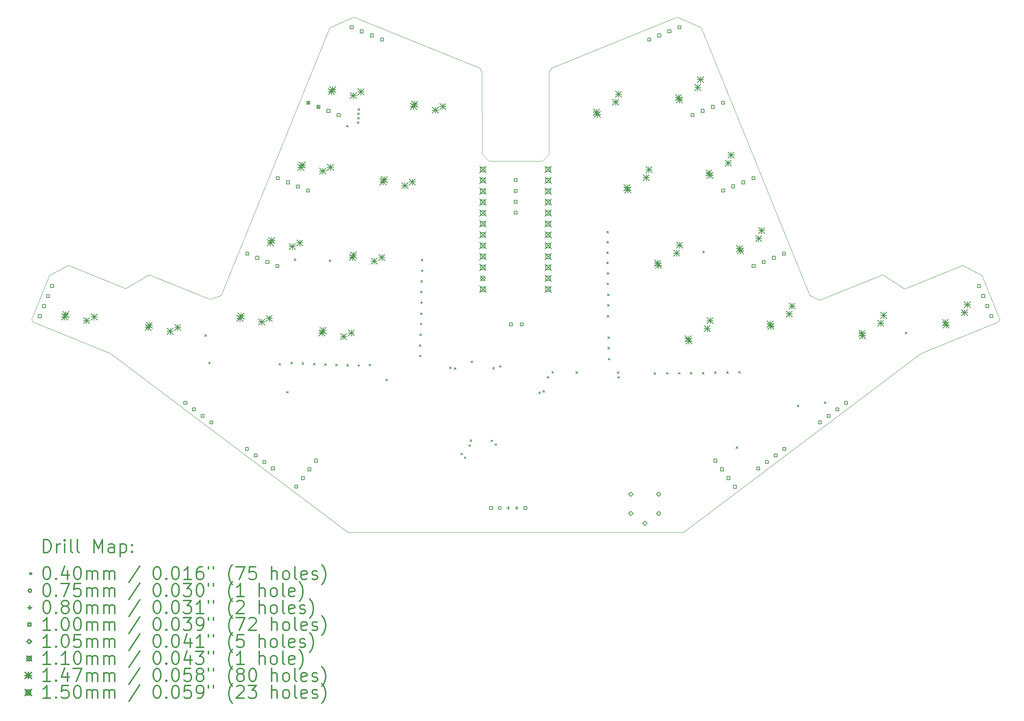
<source format=gbr>
%FSLAX45Y45*%
G04 Gerber Fmt 4.5, Leading zero omitted, Abs format (unit mm)*
G04 Created by KiCad (PCBNEW (5.1.4)-1) date 2023-05-25 13:23:47*
%MOMM*%
%LPD*%
G04 APERTURE LIST*
%ADD10C,0.050000*%
%ADD11C,0.200000*%
%ADD12C,0.300000*%
G04 APERTURE END LIST*
D10*
X7133000Y-2737000D02*
X5699000Y-2158000D01*
X5162000Y-2479000D02*
X3825000Y-1940000D01*
X22809000Y-2155000D02*
X21341000Y-2748000D01*
X24672000Y-1938000D02*
X23319000Y-2484000D01*
X11799482Y3317911D02*
X13402500Y2670000D01*
X14150000Y-8170000D02*
X14350000Y-8170000D01*
X14210000Y490000D02*
X14290000Y490000D01*
X15031587Y2580000D02*
X15097500Y2670000D01*
X14870000Y490000D02*
X15030000Y650000D01*
X14870000Y490000D02*
X14290000Y490000D01*
X15031587Y2580000D02*
X15030000Y650000D01*
X18160919Y-8171638D02*
X14350000Y-8170000D01*
X25506768Y-3262360D02*
X23698759Y-3992842D01*
X25534396Y-3197270D02*
X25506768Y-3262360D01*
X16700518Y3317911D02*
X15097500Y2670000D01*
X18160919Y-8171638D02*
X23698759Y-3992842D01*
X16700518Y3317911D02*
X18020000Y3850000D01*
X25534396Y-3197270D02*
X25122329Y-2177368D01*
X2965603Y-3197270D02*
X3377671Y-2177368D01*
X5162000Y-2479000D02*
X5699000Y-2158000D01*
X3825000Y-1940000D02*
X3377671Y-2177368D01*
X11799482Y3317911D02*
X10480000Y3850000D01*
X13630000Y490000D02*
X13470000Y650000D01*
X2993232Y-3262360D02*
X4801241Y-3992842D01*
X7390000Y-2640000D02*
X9920000Y3610000D01*
X10339081Y-8171638D02*
X4801241Y-3992842D01*
X7390000Y-2640000D02*
X7133000Y-2737000D01*
X13630000Y490000D02*
X14210000Y490000D01*
X2965603Y-3197270D02*
X2993232Y-3262360D01*
X21110000Y-2640000D02*
X21341000Y-2748000D01*
X9920000Y3610000D02*
X10480000Y3850000D01*
X13468413Y2580000D02*
X13470000Y650000D01*
X10339081Y-8171638D02*
X14150000Y-8170000D01*
X13468413Y2580000D02*
X13402500Y2670000D01*
X18580000Y3610000D02*
X18020000Y3850000D01*
X21110000Y-2640000D02*
X18580000Y3610000D01*
X23319000Y-2484000D02*
X22809000Y-2155000D01*
X24672000Y-1938000D02*
X25122329Y-2177368D01*
D11*
X7005000Y-3555000D02*
X7045000Y-3595000D01*
X7045000Y-3555000D02*
X7005000Y-3595000D01*
X7095000Y-4195000D02*
X7135000Y-4235000D01*
X7135000Y-4195000D02*
X7095000Y-4235000D01*
X8735000Y-4230000D02*
X8775000Y-4270000D01*
X8775000Y-4230000D02*
X8735000Y-4270000D01*
X8910000Y-4880000D02*
X8950000Y-4920000D01*
X8950000Y-4880000D02*
X8910000Y-4920000D01*
X9015000Y-4200000D02*
X9055000Y-4240000D01*
X9055000Y-4200000D02*
X9015000Y-4240000D01*
X9090000Y-1785000D02*
X9130000Y-1825000D01*
X9130000Y-1785000D02*
X9090000Y-1825000D01*
X9270000Y-4210000D02*
X9310000Y-4250000D01*
X9310000Y-4210000D02*
X9270000Y-4250000D01*
X9397197Y1874095D02*
X9437197Y1834095D01*
X9437197Y1874095D02*
X9397197Y1834095D01*
X9540000Y-4225000D02*
X9580000Y-4265000D01*
X9580000Y-4225000D02*
X9540000Y-4265000D01*
X9632702Y1778945D02*
X9672702Y1738945D01*
X9672702Y1778945D02*
X9632702Y1738945D01*
X9800000Y-4235000D02*
X9840000Y-4275000D01*
X9840000Y-4235000D02*
X9800000Y-4275000D01*
X9905000Y-1810000D02*
X9945000Y-1850000D01*
X9945000Y-1810000D02*
X9905000Y-1850000D01*
X10055000Y-4245000D02*
X10095000Y-4285000D01*
X10095000Y-4245000D02*
X10055000Y-4285000D01*
X10310000Y1325000D02*
X10350000Y1285000D01*
X10350000Y1325000D02*
X10310000Y1285000D01*
X10315000Y-4250000D02*
X10355000Y-4290000D01*
X10355000Y-4250000D02*
X10315000Y-4290000D01*
X10564717Y1415806D02*
X10604717Y1375806D01*
X10604717Y1415806D02*
X10564717Y1375806D01*
X10569436Y1619580D02*
X10609436Y1579580D01*
X10609436Y1619580D02*
X10569436Y1579580D01*
X10570565Y1515636D02*
X10610565Y1475636D01*
X10610565Y1515636D02*
X10570565Y1475636D01*
X10575000Y-4255000D02*
X10615000Y-4295000D01*
X10615000Y-4255000D02*
X10575000Y-4295000D01*
X10580440Y1718973D02*
X10620440Y1678973D01*
X10620440Y1718973D02*
X10580440Y1678973D01*
X10835000Y-4245000D02*
X10875000Y-4285000D01*
X10875000Y-4245000D02*
X10835000Y-4285000D01*
X11225000Y-4593903D02*
X11265000Y-4633903D01*
X11265000Y-4593903D02*
X11225000Y-4633903D01*
X12005000Y-3790000D02*
X12045000Y-3830000D01*
X12045000Y-3790000D02*
X12005000Y-3830000D01*
X12009998Y-4035000D02*
X12049998Y-4075000D01*
X12049998Y-4035000D02*
X12009998Y-4075000D01*
X12019222Y-3539222D02*
X12059222Y-3579222D01*
X12059222Y-3539222D02*
X12019222Y-3579222D01*
X12030000Y-3290000D02*
X12070000Y-3330000D01*
X12070000Y-3290000D02*
X12030000Y-3330000D01*
X12035000Y-3045000D02*
X12075000Y-3085000D01*
X12075000Y-3045000D02*
X12035000Y-3085000D01*
X12035222Y-2539778D02*
X12075222Y-2579778D01*
X12075222Y-2539778D02*
X12035222Y-2579778D01*
X12040000Y-2295000D02*
X12080000Y-2335000D01*
X12080000Y-2295000D02*
X12040000Y-2335000D01*
X12040000Y-2790000D02*
X12080000Y-2830000D01*
X12080000Y-2790000D02*
X12040000Y-2830000D01*
X12050000Y-2045000D02*
X12090000Y-2085000D01*
X12090000Y-2045000D02*
X12050000Y-2085000D01*
X12055000Y-1795000D02*
X12095000Y-1835000D01*
X12095000Y-1795000D02*
X12055000Y-1835000D01*
X12715000Y-4310000D02*
X12755000Y-4350000D01*
X12755000Y-4310000D02*
X12715000Y-4350000D01*
X12819904Y-4324904D02*
X12859904Y-4364904D01*
X12859904Y-4324904D02*
X12819904Y-4364904D01*
X12975000Y-6320000D02*
X13015000Y-6360000D01*
X13015000Y-6320000D02*
X12975000Y-6360000D01*
X13055000Y-6405000D02*
X13095000Y-6445000D01*
X13095000Y-6405000D02*
X13055000Y-6445000D01*
X13160000Y-6125000D02*
X13200000Y-6165000D01*
X13200000Y-6125000D02*
X13160000Y-6165000D01*
X13190000Y-6010000D02*
X13230000Y-6050000D01*
X13230000Y-6010000D02*
X13190000Y-6050000D01*
X13210000Y-4170000D02*
X13250000Y-4210000D01*
X13250000Y-4170000D02*
X13210000Y-4210000D01*
X13680000Y-6015000D02*
X13720000Y-6055000D01*
X13720000Y-6015000D02*
X13680000Y-6055000D01*
X13715000Y-4315000D02*
X13755000Y-4355000D01*
X13755000Y-4315000D02*
X13715000Y-4355000D01*
X13771132Y-6099839D02*
X13811132Y-6139839D01*
X13811132Y-6099839D02*
X13771132Y-6139839D01*
X13875000Y-4280000D02*
X13915000Y-4320000D01*
X13915000Y-4280000D02*
X13875000Y-4320000D01*
X14790000Y-4895000D02*
X14830000Y-4935000D01*
X14830000Y-4895000D02*
X14790000Y-4935000D01*
X14890000Y-4860000D02*
X14930000Y-4900000D01*
X14930000Y-4860000D02*
X14890000Y-4900000D01*
X14992000Y-4535000D02*
X15032000Y-4575000D01*
X15032000Y-4535000D02*
X14992000Y-4575000D01*
X15095000Y-4415000D02*
X15135000Y-4455000D01*
X15135000Y-4415000D02*
X15095000Y-4455000D01*
X15660000Y-4420000D02*
X15700000Y-4460000D01*
X15700000Y-4420000D02*
X15660000Y-4460000D01*
X16375000Y-1625000D02*
X16415000Y-1665000D01*
X16415000Y-1625000D02*
X16375000Y-1665000D01*
X16375000Y-1860000D02*
X16415000Y-1900000D01*
X16415000Y-1860000D02*
X16375000Y-1900000D01*
X16380000Y-1140000D02*
X16420000Y-1180000D01*
X16420000Y-1140000D02*
X16380000Y-1180000D01*
X16380000Y-1380000D02*
X16420000Y-1420000D01*
X16420000Y-1380000D02*
X16380000Y-1420000D01*
X16380000Y-2350000D02*
X16420000Y-2390000D01*
X16420000Y-2350000D02*
X16380000Y-2390000D01*
X16385000Y-2110000D02*
X16425000Y-2150000D01*
X16425000Y-2110000D02*
X16385000Y-2150000D01*
X16385000Y-3110000D02*
X16425000Y-3150000D01*
X16425000Y-3110000D02*
X16385000Y-3150000D01*
X16395000Y-2605000D02*
X16435000Y-2645000D01*
X16435000Y-2605000D02*
X16395000Y-2645000D01*
X16395000Y-2855000D02*
X16435000Y-2895000D01*
X16435000Y-2855000D02*
X16395000Y-2895000D01*
X16403750Y-3851250D02*
X16443750Y-3891250D01*
X16443750Y-3851250D02*
X16403750Y-3891250D01*
X16405000Y-3605000D02*
X16445000Y-3645000D01*
X16445000Y-3605000D02*
X16405000Y-3645000D01*
X16410000Y-4110000D02*
X16450000Y-4150000D01*
X16450000Y-4110000D02*
X16410000Y-4150000D01*
X16625000Y-4420000D02*
X16665000Y-4460000D01*
X16665000Y-4420000D02*
X16625000Y-4460000D01*
X16635000Y-4535000D02*
X16675000Y-4575000D01*
X16675000Y-4535000D02*
X16635000Y-4575000D01*
X17480000Y-4445000D02*
X17520000Y-4485000D01*
X17520000Y-4445000D02*
X17480000Y-4485000D01*
X17765000Y-4440000D02*
X17805000Y-4480000D01*
X17805000Y-4440000D02*
X17765000Y-4480000D01*
X18045000Y-4440000D02*
X18085000Y-4480000D01*
X18085000Y-4440000D02*
X18045000Y-4480000D01*
X18325000Y-4435000D02*
X18365000Y-4475000D01*
X18365000Y-4435000D02*
X18325000Y-4475000D01*
X18607705Y-4438904D02*
X18647705Y-4478904D01*
X18647705Y-4438904D02*
X18607705Y-4478904D01*
X18611097Y-1610000D02*
X18651097Y-1650000D01*
X18651097Y-1610000D02*
X18611097Y-1650000D01*
X18890000Y-4420000D02*
X18930000Y-4460000D01*
X18930000Y-4420000D02*
X18890000Y-4460000D01*
X19170000Y-4420000D02*
X19210000Y-4460000D01*
X19210000Y-4420000D02*
X19170000Y-4460000D01*
X19390000Y-6170000D02*
X19430000Y-6210000D01*
X19430000Y-6170000D02*
X19390000Y-6210000D01*
X19455000Y-4415000D02*
X19495000Y-4455000D01*
X19495000Y-4415000D02*
X19455000Y-4455000D01*
X20820000Y-5200000D02*
X20860000Y-5240000D01*
X20860000Y-5200000D02*
X20820000Y-5240000D01*
X21450000Y-5120001D02*
X21490000Y-5160001D01*
X21490000Y-5120001D02*
X21450000Y-5160001D01*
X23341199Y-3496400D02*
X23381199Y-3536400D01*
X23381199Y-3496400D02*
X23341199Y-3536400D01*
X13917500Y-7600000D02*
G75*
G03X13917500Y-7600000I-37500J0D01*
G01*
X14080000Y-7560000D02*
X14080000Y-7640000D01*
X14040000Y-7600000D02*
X14120000Y-7600000D01*
X14280000Y-7560000D02*
X14280000Y-7640000D01*
X14240000Y-7600000D02*
X14320000Y-7600000D01*
X6585809Y-5180743D02*
X6585809Y-5110032D01*
X6515097Y-5110032D01*
X6515097Y-5180743D01*
X6585809Y-5180743D01*
X6788662Y-5333604D02*
X6788662Y-5262893D01*
X6717951Y-5262893D01*
X6717951Y-5333604D01*
X6788662Y-5333604D01*
X6991516Y-5486465D02*
X6991516Y-5415754D01*
X6920804Y-5415754D01*
X6920804Y-5486465D01*
X6991516Y-5486465D01*
X7194369Y-5639326D02*
X7194369Y-5568615D01*
X7123658Y-5568615D01*
X7123658Y-5639326D01*
X7194369Y-5639326D01*
X19124956Y-228112D02*
X19124956Y-157400D01*
X19054245Y-157400D01*
X19054245Y-228112D01*
X19124956Y-228112D01*
X19360461Y-132962D02*
X19360461Y-62250D01*
X19289750Y-62250D01*
X19289750Y-132962D01*
X19360461Y-132962D01*
X19595966Y-37812D02*
X19595966Y32900D01*
X19525254Y32900D01*
X19525254Y-37812D01*
X19595966Y-37812D01*
X19831470Y57338D02*
X19831470Y128050D01*
X19760759Y128050D01*
X19760759Y57338D01*
X19831470Y57338D01*
X18413204Y1533537D02*
X18413204Y1604249D01*
X18342492Y1604249D01*
X18342492Y1533537D01*
X18413204Y1533537D01*
X18648708Y1628688D02*
X18648708Y1699399D01*
X18577997Y1699399D01*
X18577997Y1628688D01*
X18648708Y1628688D01*
X18884213Y1723838D02*
X18884213Y1794549D01*
X18813502Y1794549D01*
X18813502Y1723838D01*
X18884213Y1723838D01*
X19119718Y1818988D02*
X19119718Y1889699D01*
X19049006Y1889699D01*
X19049006Y1818988D01*
X19119718Y1818988D01*
X3193292Y-3161114D02*
X3193292Y-3090403D01*
X3122580Y-3090403D01*
X3122580Y-3161114D01*
X3193292Y-3161114D01*
X3288442Y-2925609D02*
X3288442Y-2854898D01*
X3217731Y-2854898D01*
X3217731Y-2925609D01*
X3288442Y-2925609D01*
X3383592Y-2690105D02*
X3383592Y-2619393D01*
X3312881Y-2619393D01*
X3312881Y-2690105D01*
X3383592Y-2690105D01*
X3478742Y-2454600D02*
X3478742Y-2383889D01*
X3408031Y-2383889D01*
X3408031Y-2454600D01*
X3478742Y-2454600D01*
X13715356Y-7635356D02*
X13715356Y-7564644D01*
X13644644Y-7564644D01*
X13644644Y-7635356D01*
X13715356Y-7635356D01*
X14515356Y-7635356D02*
X14515356Y-7564644D01*
X14444644Y-7564644D01*
X14444644Y-7635356D01*
X14515356Y-7635356D01*
X19836709Y-1989761D02*
X19836709Y-1919050D01*
X19765997Y-1919050D01*
X19765997Y-1989761D01*
X19836709Y-1989761D01*
X20072213Y-1894611D02*
X20072213Y-1823900D01*
X20001502Y-1823900D01*
X20001502Y-1894611D01*
X20072213Y-1894611D01*
X20307718Y-1799461D02*
X20307718Y-1728750D01*
X20237007Y-1728750D01*
X20237007Y-1799461D01*
X20307718Y-1799461D01*
X20543223Y-1704311D02*
X20543223Y-1633599D01*
X20472511Y-1633599D01*
X20472511Y-1704311D01*
X20543223Y-1704311D01*
X9452553Y1818739D02*
X9452553Y1889451D01*
X9381842Y1889451D01*
X9381842Y1818739D01*
X9452553Y1818739D01*
X9688058Y1723589D02*
X9688058Y1794300D01*
X9617346Y1794300D01*
X9617346Y1723589D01*
X9688058Y1723589D01*
X9923562Y1628439D02*
X9923562Y1699150D01*
X9852851Y1699150D01*
X9852851Y1628439D01*
X9923562Y1628439D01*
X10159067Y1533289D02*
X10159067Y1604000D01*
X10088356Y1604000D01*
X10088356Y1533289D01*
X10159067Y1533289D01*
X9171245Y-7140101D02*
X9171245Y-7069390D01*
X9100534Y-7069390D01*
X9100534Y-7140101D01*
X9171245Y-7140101D01*
X9324106Y-6937248D02*
X9324106Y-6866536D01*
X9253395Y-6866536D01*
X9253395Y-6937248D01*
X9324106Y-6937248D01*
X9476967Y-6734394D02*
X9476967Y-6663683D01*
X9406256Y-6663683D01*
X9406256Y-6734394D01*
X9476967Y-6734394D01*
X9629828Y-6531541D02*
X9629828Y-6460829D01*
X9559117Y-6460829D01*
X9559117Y-6531541D01*
X9629828Y-6531541D01*
X18943504Y-6533167D02*
X18943504Y-6462455D01*
X18872792Y-6462455D01*
X18872792Y-6533167D01*
X18943504Y-6533167D01*
X19096365Y-6736020D02*
X19096365Y-6665309D01*
X19025653Y-6665309D01*
X19025653Y-6736020D01*
X19096365Y-6736020D01*
X19249226Y-6938873D02*
X19249226Y-6868162D01*
X19178514Y-6868162D01*
X19178514Y-6938873D01*
X19249226Y-6938873D01*
X19402087Y-7141727D02*
X19402087Y-7071016D01*
X19331375Y-7071016D01*
X19331375Y-7141727D01*
X19402087Y-7141727D01*
X14175356Y-3355356D02*
X14175356Y-3284644D01*
X14104644Y-3284644D01*
X14104644Y-3355356D01*
X14175356Y-3355356D01*
X14429356Y-3355356D02*
X14429356Y-3284644D01*
X14358644Y-3284644D01*
X14358644Y-3355356D01*
X14429356Y-3355356D01*
X25093529Y-2454351D02*
X25093529Y-2383640D01*
X25022817Y-2383640D01*
X25022817Y-2454351D01*
X25093529Y-2454351D01*
X25188679Y-2689856D02*
X25188679Y-2619145D01*
X25117967Y-2619145D01*
X25117967Y-2689856D01*
X25188679Y-2689856D01*
X25283829Y-2925361D02*
X25283829Y-2854649D01*
X25213117Y-2854649D01*
X25213117Y-2925361D01*
X25283829Y-2925361D01*
X25378979Y-3160865D02*
X25378979Y-3090154D01*
X25308267Y-3090154D01*
X25308267Y-3160865D01*
X25378979Y-3160865D01*
X14285356Y14644D02*
X14285356Y85356D01*
X14214644Y85356D01*
X14214644Y14644D01*
X14285356Y14644D01*
X14285356Y-239356D02*
X14285356Y-168644D01*
X14214644Y-168644D01*
X14214644Y-239356D01*
X14285356Y-239356D01*
X14285356Y-493356D02*
X14285356Y-422644D01*
X14214644Y-422644D01*
X14214644Y-493356D01*
X14285356Y-493356D01*
X14285356Y-747356D02*
X14285356Y-676644D01*
X14214644Y-676644D01*
X14214644Y-747356D01*
X14285356Y-747356D01*
X8740801Y57090D02*
X8740801Y127801D01*
X8670089Y127801D01*
X8670089Y57090D01*
X8740801Y57090D01*
X8976305Y-38060D02*
X8976305Y32651D01*
X8905594Y32651D01*
X8905594Y-38060D01*
X8976305Y-38060D01*
X9211810Y-133210D02*
X9211810Y-62499D01*
X9141099Y-62499D01*
X9141099Y-133210D01*
X9211810Y-133210D01*
X9447315Y-228360D02*
X9447315Y-157649D01*
X9376603Y-157649D01*
X9376603Y-228360D01*
X9447315Y-228360D01*
X17401451Y3295187D02*
X17401451Y3365898D01*
X17330740Y3365898D01*
X17330740Y3295187D01*
X17401451Y3295187D01*
X17636956Y3390337D02*
X17636956Y3461048D01*
X17566245Y3461048D01*
X17566245Y3390337D01*
X17636956Y3390337D01*
X17872461Y3485487D02*
X17872461Y3556198D01*
X17801749Y3556198D01*
X17801749Y3485487D01*
X17872461Y3485487D01*
X18107965Y3580637D02*
X18107965Y3651348D01*
X18037254Y3651348D01*
X18037254Y3580637D01*
X18107965Y3580637D01*
X21381358Y-5639147D02*
X21381358Y-5568436D01*
X21310647Y-5568436D01*
X21310647Y-5639147D01*
X21381358Y-5639147D01*
X21584212Y-5486286D02*
X21584212Y-5415575D01*
X21513500Y-5415575D01*
X21513500Y-5486286D01*
X21584212Y-5486286D01*
X21787065Y-5333425D02*
X21787065Y-5262714D01*
X21716354Y-5262714D01*
X21716354Y-5333425D01*
X21787065Y-5333425D01*
X21989919Y-5180564D02*
X21989919Y-5109853D01*
X21919207Y-5109853D01*
X21919207Y-5180564D01*
X21989919Y-5180564D01*
X19945923Y-6716891D02*
X19945923Y-6646180D01*
X19875212Y-6646180D01*
X19875212Y-6716891D01*
X19945923Y-6716891D01*
X20148777Y-6564030D02*
X20148777Y-6493319D01*
X20078065Y-6493319D01*
X20078065Y-6564030D01*
X20148777Y-6564030D01*
X20351630Y-6411169D02*
X20351630Y-6340458D01*
X20280919Y-6340458D01*
X20280919Y-6411169D01*
X20351630Y-6411169D01*
X20554484Y-6258308D02*
X20554484Y-6187597D01*
X20483772Y-6187597D01*
X20483772Y-6258308D01*
X20554484Y-6258308D01*
X8029048Y-1704559D02*
X8029048Y-1633848D01*
X7958336Y-1633848D01*
X7958336Y-1704559D01*
X8029048Y-1704559D01*
X8264553Y-1799709D02*
X8264553Y-1728998D01*
X8193841Y-1728998D01*
X8193841Y-1799709D01*
X8264553Y-1799709D01*
X8500057Y-1894859D02*
X8500057Y-1824148D01*
X8429346Y-1824148D01*
X8429346Y-1894859D01*
X8500057Y-1894859D01*
X8735562Y-1990010D02*
X8735562Y-1919298D01*
X8664851Y-1919298D01*
X8664851Y-1990010D01*
X8735562Y-1990010D01*
X8020445Y-6257886D02*
X8020445Y-6187174D01*
X7949734Y-6187174D01*
X7949734Y-6257886D01*
X8020445Y-6257886D01*
X8223298Y-6410747D02*
X8223298Y-6340035D01*
X8152587Y-6340035D01*
X8152587Y-6410747D01*
X8223298Y-6410747D01*
X8426152Y-6563608D02*
X8426152Y-6492896D01*
X8355440Y-6492896D01*
X8355440Y-6563608D01*
X8426152Y-6563608D01*
X8629005Y-6716469D02*
X8629005Y-6645757D01*
X8558294Y-6645757D01*
X8558294Y-6716469D01*
X8629005Y-6716469D01*
X10464306Y3580389D02*
X10464306Y3651100D01*
X10393594Y3651100D01*
X10393594Y3580389D01*
X10464306Y3580389D01*
X10699810Y3485238D02*
X10699810Y3555950D01*
X10629099Y3555950D01*
X10629099Y3485238D01*
X10699810Y3485238D01*
X10935315Y3390088D02*
X10935315Y3460800D01*
X10864604Y3460800D01*
X10864604Y3390088D01*
X10935315Y3390088D01*
X11170820Y3294938D02*
X11170820Y3365650D01*
X11100108Y3365650D01*
X11100108Y3294938D01*
X11170820Y3294938D01*
X16940000Y-7332500D02*
X16992500Y-7280000D01*
X16940000Y-7227500D01*
X16887500Y-7280000D01*
X16940000Y-7332500D01*
X16940000Y-7782500D02*
X16992500Y-7730000D01*
X16940000Y-7677500D01*
X16887500Y-7730000D01*
X16940000Y-7782500D01*
X17265000Y-8007500D02*
X17317500Y-7955000D01*
X17265000Y-7902500D01*
X17212500Y-7955000D01*
X17265000Y-8007500D01*
X17590000Y-7332500D02*
X17642500Y-7280000D01*
X17590000Y-7227500D01*
X17537500Y-7280000D01*
X17590000Y-7332500D01*
X17590000Y-7782500D02*
X17642500Y-7730000D01*
X17590000Y-7677500D01*
X17537500Y-7730000D01*
X17590000Y-7782500D01*
X13433000Y-2188000D02*
X13543000Y-2298000D01*
X13543000Y-2188000D02*
X13433000Y-2298000D01*
X13543000Y-2243000D02*
G75*
G03X13543000Y-2243000I-55000J0D01*
G01*
X17489980Y-1814383D02*
X17636980Y-1961383D01*
X17636980Y-1814383D02*
X17489980Y-1961383D01*
X17563480Y-1814383D02*
X17563480Y-1961383D01*
X17489980Y-1887883D02*
X17636980Y-1887883D01*
X17507999Y-1869659D02*
X17654999Y-2016659D01*
X17654999Y-1869659D02*
X17507999Y-2016659D01*
X17581499Y-1869659D02*
X17581499Y-2016659D01*
X17507999Y-1943159D02*
X17654999Y-1943159D01*
X17934842Y-1580721D02*
X18081842Y-1727721D01*
X18081842Y-1580721D02*
X17934842Y-1727721D01*
X18008342Y-1580721D02*
X18008342Y-1727721D01*
X17934842Y-1654221D02*
X18081842Y-1654221D01*
X18001610Y-1396279D02*
X18148610Y-1543279D01*
X18148610Y-1396279D02*
X18001610Y-1543279D01*
X18075110Y-1396279D02*
X18075110Y-1543279D01*
X18001610Y-1469779D02*
X18148610Y-1469779D01*
X11087304Y82042D02*
X11234304Y-64958D01*
X11234304Y82042D02*
X11087304Y-64958D01*
X11160804Y82042D02*
X11160804Y-64958D01*
X11087304Y8542D02*
X11234304Y8542D01*
X11112740Y134321D02*
X11259740Y-12679D01*
X11259740Y134321D02*
X11112740Y-12679D01*
X11186240Y134321D02*
X11186240Y-12679D01*
X11112740Y60821D02*
X11259740Y60821D01*
X11595062Y-6623D02*
X11742062Y-153624D01*
X11742062Y-6623D02*
X11595062Y-153624D01*
X11668562Y-6623D02*
X11668562Y-153624D01*
X11595062Y-80124D02*
X11742062Y-80124D01*
X11771216Y79672D02*
X11918216Y-67328D01*
X11918216Y79672D02*
X11771216Y-67328D01*
X11844716Y79672D02*
X11844716Y-67328D01*
X11771216Y6172D02*
X11918216Y6172D01*
X9663799Y-3441256D02*
X9810799Y-3588256D01*
X9810799Y-3441256D02*
X9663799Y-3588256D01*
X9737299Y-3441256D02*
X9737299Y-3588256D01*
X9663799Y-3514756D02*
X9810799Y-3514756D01*
X9689235Y-3388978D02*
X9836235Y-3535978D01*
X9836235Y-3388978D02*
X9689235Y-3535978D01*
X9762735Y-3388978D02*
X9762735Y-3535978D01*
X9689235Y-3462478D02*
X9836235Y-3462478D01*
X10171557Y-3529922D02*
X10318557Y-3676922D01*
X10318557Y-3529922D02*
X10171557Y-3676922D01*
X10245057Y-3529922D02*
X10245057Y-3676922D01*
X10171557Y-3603422D02*
X10318557Y-3603422D01*
X10347711Y-3443627D02*
X10494711Y-3590627D01*
X10494711Y-3443627D02*
X10347711Y-3590627D01*
X10421211Y-3443627D02*
X10421211Y-3590627D01*
X10347711Y-3517127D02*
X10494711Y-3517127D01*
X17977967Y2049794D02*
X18124967Y1902794D01*
X18124967Y2049794D02*
X17977967Y1902794D01*
X18051467Y2049794D02*
X18051467Y1902794D01*
X17977967Y1976294D02*
X18124967Y1976294D01*
X17995986Y1994519D02*
X18142986Y1847519D01*
X18142986Y1994519D02*
X17995986Y1847519D01*
X18069486Y1994519D02*
X18069486Y1847519D01*
X17995986Y1921019D02*
X18142986Y1921019D01*
X18422829Y2283457D02*
X18569829Y2136457D01*
X18569829Y2283457D02*
X18422829Y2136457D01*
X18496329Y2283457D02*
X18496329Y2136457D01*
X18422829Y2209957D02*
X18569829Y2209957D01*
X18489597Y2467899D02*
X18636597Y2320899D01*
X18636597Y2467899D02*
X18489597Y2320899D01*
X18563097Y2467899D02*
X18563097Y2320899D01*
X18489597Y2394399D02*
X18636597Y2394399D01*
X16066475Y1708915D02*
X16213475Y1561915D01*
X16213475Y1708915D02*
X16066475Y1561915D01*
X16139975Y1708915D02*
X16139975Y1561915D01*
X16066475Y1635415D02*
X16213475Y1635415D01*
X16084494Y1653640D02*
X16231494Y1506640D01*
X16231494Y1653640D02*
X16084494Y1506640D01*
X16157994Y1653640D02*
X16157994Y1506640D01*
X16084494Y1580140D02*
X16231494Y1580140D01*
X16511337Y1942578D02*
X16658337Y1795578D01*
X16658337Y1942578D02*
X16511337Y1795578D01*
X16584837Y1942578D02*
X16584837Y1795578D01*
X16511337Y1869078D02*
X16658337Y1869078D01*
X16578105Y2127020D02*
X16725105Y1980020D01*
X16725105Y2127020D02*
X16578105Y1980020D01*
X16651605Y2127020D02*
X16651605Y1980020D01*
X16578105Y2053520D02*
X16725105Y2053520D01*
X16778228Y-52734D02*
X16925228Y-199734D01*
X16925228Y-52734D02*
X16778228Y-199734D01*
X16851728Y-52734D02*
X16851728Y-199734D01*
X16778228Y-126234D02*
X16925228Y-126234D01*
X16796246Y-108009D02*
X16943246Y-255009D01*
X16943246Y-108009D02*
X16796246Y-255009D01*
X16869746Y-108009D02*
X16869746Y-255009D01*
X16796246Y-181509D02*
X16943246Y-181509D01*
X17223089Y180928D02*
X17370089Y33928D01*
X17370089Y180928D02*
X17223089Y33928D01*
X17296589Y180928D02*
X17296589Y33928D01*
X17223089Y107428D02*
X17370089Y107428D01*
X17289858Y365371D02*
X17436858Y218371D01*
X17436858Y365371D02*
X17289858Y218371D01*
X17363358Y365371D02*
X17363358Y218371D01*
X17289858Y291871D02*
X17436858Y291871D01*
X8464059Y-1338728D02*
X8611059Y-1485728D01*
X8611059Y-1338728D02*
X8464059Y-1485728D01*
X8537559Y-1338728D02*
X8537559Y-1485728D01*
X8464059Y-1412228D02*
X8611059Y-1412228D01*
X8489495Y-1286450D02*
X8636495Y-1433450D01*
X8636495Y-1286450D02*
X8489495Y-1433450D01*
X8562995Y-1286450D02*
X8562995Y-1433450D01*
X8489495Y-1359950D02*
X8636495Y-1359950D01*
X8971818Y-1427394D02*
X9118818Y-1574394D01*
X9118818Y-1427394D02*
X8971818Y-1574394D01*
X9045318Y-1427394D02*
X9045318Y-1574394D01*
X8971818Y-1500894D02*
X9118818Y-1500894D01*
X9147971Y-1341098D02*
X9294971Y-1488098D01*
X9294971Y-1341098D02*
X9147971Y-1488098D01*
X9221471Y-1341098D02*
X9221471Y-1488098D01*
X9147971Y-1414598D02*
X9294971Y-1414598D01*
X19401472Y-1473504D02*
X19548472Y-1620504D01*
X19548472Y-1473504D02*
X19401472Y-1620504D01*
X19474972Y-1473504D02*
X19474972Y-1620504D01*
X19401472Y-1547004D02*
X19548472Y-1547004D01*
X19419491Y-1528780D02*
X19566491Y-1675780D01*
X19566491Y-1528780D02*
X19419491Y-1675780D01*
X19492991Y-1528780D02*
X19492991Y-1675780D01*
X19419491Y-1602280D02*
X19566491Y-1602280D01*
X19846334Y-1239842D02*
X19993334Y-1386842D01*
X19993334Y-1239842D02*
X19846334Y-1386842D01*
X19919834Y-1239842D02*
X19919834Y-1386842D01*
X19846334Y-1313342D02*
X19993334Y-1313342D01*
X19913102Y-1055400D02*
X20060102Y-1202400D01*
X20060102Y-1055400D02*
X19913102Y-1202400D01*
X19986602Y-1055400D02*
X19986602Y-1202400D01*
X19913102Y-1128900D02*
X20060102Y-1128900D01*
X3667098Y-3067648D02*
X3814098Y-3214648D01*
X3814098Y-3067648D02*
X3667098Y-3214648D01*
X3740598Y-3067648D02*
X3740598Y-3214648D01*
X3667098Y-3141148D02*
X3814098Y-3141148D01*
X3692534Y-3015370D02*
X3839534Y-3162370D01*
X3839534Y-3015370D02*
X3692534Y-3162370D01*
X3766034Y-3015370D02*
X3766034Y-3162370D01*
X3692534Y-3088870D02*
X3839534Y-3088870D01*
X4174856Y-3156314D02*
X4321856Y-3303314D01*
X4321856Y-3156314D02*
X4174856Y-3303314D01*
X4248356Y-3156314D02*
X4248356Y-3303314D01*
X4174856Y-3229814D02*
X4321856Y-3229814D01*
X4351010Y-3070018D02*
X4498010Y-3217018D01*
X4498010Y-3070018D02*
X4351010Y-3217018D01*
X4424510Y-3070018D02*
X4424510Y-3217018D01*
X4351010Y-3143518D02*
X4498010Y-3143518D01*
X9887565Y2184571D02*
X10034565Y2037571D01*
X10034565Y2184571D02*
X9887565Y2037571D01*
X9961065Y2184571D02*
X9961065Y2037571D01*
X9887565Y2111071D02*
X10034565Y2111071D01*
X9913000Y2236849D02*
X10060000Y2089849D01*
X10060000Y2236849D02*
X9913000Y2089849D01*
X9986500Y2236849D02*
X9986500Y2089849D01*
X9913000Y2163349D02*
X10060000Y2163349D01*
X10395323Y2095905D02*
X10542323Y1948905D01*
X10542323Y2095905D02*
X10395323Y1948905D01*
X10468823Y2095905D02*
X10468823Y1948905D01*
X10395323Y2022405D02*
X10542323Y2022405D01*
X10571476Y2182200D02*
X10718476Y2035200D01*
X10718476Y2182200D02*
X10571476Y2035200D01*
X10644976Y2182200D02*
X10644976Y2035200D01*
X10571476Y2108700D02*
X10718476Y2108700D01*
X18689720Y288145D02*
X18836720Y141145D01*
X18836720Y288145D02*
X18689720Y141145D01*
X18763220Y288145D02*
X18763220Y141145D01*
X18689720Y214645D02*
X18836720Y214645D01*
X18707738Y232870D02*
X18854738Y85870D01*
X18854738Y232870D02*
X18707738Y85870D01*
X18781238Y232870D02*
X18781238Y85870D01*
X18707738Y159370D02*
X18854738Y159370D01*
X19134581Y521807D02*
X19281581Y374807D01*
X19281581Y521807D02*
X19134581Y374807D01*
X19208081Y521807D02*
X19208081Y374807D01*
X19134581Y448307D02*
X19281581Y448307D01*
X19201350Y706250D02*
X19348350Y559250D01*
X19348350Y706250D02*
X19201350Y559250D01*
X19274850Y706250D02*
X19274850Y559250D01*
X19201350Y632750D02*
X19348350Y632750D01*
X5616051Y-3315808D02*
X5763051Y-3462808D01*
X5763051Y-3315808D02*
X5616051Y-3462808D01*
X5689551Y-3315808D02*
X5689551Y-3462808D01*
X5616051Y-3389308D02*
X5763051Y-3389308D01*
X5641487Y-3263530D02*
X5788487Y-3410530D01*
X5788487Y-3263530D02*
X5641487Y-3410530D01*
X5714987Y-3263530D02*
X5714987Y-3410530D01*
X5641487Y-3337030D02*
X5788487Y-3337030D01*
X6123809Y-3404474D02*
X6270809Y-3551474D01*
X6270809Y-3404474D02*
X6123809Y-3551474D01*
X6197309Y-3404474D02*
X6197309Y-3551474D01*
X6123809Y-3477974D02*
X6270809Y-3477974D01*
X6299963Y-3318179D02*
X6446963Y-3465179D01*
X6446963Y-3318179D02*
X6299963Y-3465179D01*
X6373463Y-3318179D02*
X6373463Y-3465179D01*
X6299963Y-3391679D02*
X6446963Y-3391679D01*
X9175812Y422921D02*
X9322812Y275921D01*
X9322812Y422921D02*
X9175812Y275921D01*
X9249312Y422921D02*
X9249312Y275921D01*
X9175812Y349421D02*
X9322812Y349421D01*
X9201248Y475200D02*
X9348248Y328200D01*
X9348248Y475200D02*
X9201248Y328200D01*
X9274748Y475200D02*
X9274748Y328200D01*
X9201248Y401700D02*
X9348248Y401700D01*
X9683570Y334256D02*
X9830570Y187255D01*
X9830570Y334256D02*
X9683570Y187255D01*
X9757070Y334256D02*
X9757070Y187255D01*
X9683570Y260755D02*
X9830570Y260755D01*
X9859724Y420551D02*
X10006724Y273551D01*
X10006724Y420551D02*
X9859724Y273551D01*
X9933224Y420551D02*
X9933224Y273551D01*
X9859724Y347051D02*
X10006724Y347051D01*
X24198433Y-3202425D02*
X24345433Y-3349425D01*
X24345433Y-3202425D02*
X24198433Y-3349425D01*
X24271933Y-3202425D02*
X24271933Y-3349425D01*
X24198433Y-3275925D02*
X24345433Y-3275925D01*
X24216452Y-3257700D02*
X24363452Y-3404700D01*
X24363452Y-3257700D02*
X24216452Y-3404700D01*
X24289952Y-3257700D02*
X24289952Y-3404700D01*
X24216452Y-3331200D02*
X24363452Y-3331200D01*
X24643295Y-2968762D02*
X24790295Y-3115762D01*
X24790295Y-2968762D02*
X24643295Y-3115762D01*
X24716795Y-2968762D02*
X24716795Y-3115762D01*
X24643295Y-3042262D02*
X24790295Y-3042262D01*
X24710063Y-2784320D02*
X24857063Y-2931320D01*
X24857063Y-2784320D02*
X24710063Y-2931320D01*
X24783563Y-2784320D02*
X24783563Y-2931320D01*
X24710063Y-2857820D02*
X24857063Y-2857820D01*
X11799056Y1843692D02*
X11946056Y1696692D01*
X11946056Y1843692D02*
X11799056Y1696692D01*
X11872556Y1843692D02*
X11872556Y1696692D01*
X11799056Y1770192D02*
X11946056Y1770192D01*
X11824492Y1895970D02*
X11971492Y1748970D01*
X11971492Y1895970D02*
X11824492Y1748970D01*
X11897992Y1895970D02*
X11897992Y1748970D01*
X11824492Y1822470D02*
X11971492Y1822470D01*
X12306814Y1755026D02*
X12453814Y1608026D01*
X12453814Y1755026D02*
X12306814Y1608026D01*
X12380314Y1755026D02*
X12380314Y1608026D01*
X12306814Y1681526D02*
X12453814Y1681526D01*
X12482968Y1841321D02*
X12629968Y1694321D01*
X12629968Y1841321D02*
X12482968Y1694321D01*
X12556468Y1841321D02*
X12556468Y1694321D01*
X12482968Y1767821D02*
X12629968Y1767821D01*
X10375551Y-1679607D02*
X10522551Y-1826607D01*
X10522551Y-1679607D02*
X10375551Y-1826607D01*
X10449051Y-1679607D02*
X10449051Y-1826607D01*
X10375551Y-1753107D02*
X10522551Y-1753107D01*
X10400987Y-1627329D02*
X10547987Y-1774329D01*
X10547987Y-1627329D02*
X10400987Y-1774329D01*
X10474487Y-1627329D02*
X10474487Y-1774329D01*
X10400987Y-1700829D02*
X10547987Y-1700829D01*
X10883310Y-1768273D02*
X11030310Y-1915273D01*
X11030310Y-1768273D02*
X10883310Y-1915273D01*
X10956810Y-1768273D02*
X10956810Y-1915273D01*
X10883310Y-1841773D02*
X11030310Y-1841773D01*
X11059463Y-1681977D02*
X11206463Y-1828977D01*
X11206463Y-1681977D02*
X11059463Y-1828977D01*
X11132963Y-1681977D02*
X11132963Y-1828977D01*
X11059463Y-1755477D02*
X11206463Y-1755477D01*
X7752307Y-3100377D02*
X7899307Y-3247377D01*
X7899307Y-3100377D02*
X7752307Y-3247377D01*
X7825807Y-3100377D02*
X7825807Y-3247377D01*
X7752307Y-3173877D02*
X7899307Y-3173877D01*
X7777743Y-3048099D02*
X7924743Y-3195099D01*
X7924743Y-3048099D02*
X7777743Y-3195099D01*
X7851243Y-3048099D02*
X7851243Y-3195099D01*
X7777743Y-3121599D02*
X7924743Y-3121599D01*
X8260065Y-3189043D02*
X8407065Y-3336043D01*
X8407065Y-3189043D02*
X8260065Y-3336043D01*
X8333565Y-3189043D02*
X8333565Y-3336043D01*
X8260065Y-3262543D02*
X8407065Y-3262543D01*
X8436219Y-3102748D02*
X8583219Y-3249748D01*
X8583219Y-3102748D02*
X8436219Y-3249748D01*
X8509719Y-3102748D02*
X8509719Y-3249748D01*
X8436219Y-3176248D02*
X8583219Y-3176248D01*
X18201733Y-3576033D02*
X18348733Y-3723033D01*
X18348733Y-3576033D02*
X18201733Y-3723033D01*
X18275233Y-3576033D02*
X18275233Y-3723033D01*
X18201733Y-3649533D02*
X18348733Y-3649533D01*
X18219751Y-3631308D02*
X18366751Y-3778308D01*
X18366751Y-3631308D02*
X18219751Y-3778308D01*
X18293251Y-3631308D02*
X18293251Y-3778308D01*
X18219751Y-3704808D02*
X18366751Y-3704808D01*
X18646594Y-3342370D02*
X18793594Y-3489370D01*
X18793594Y-3342370D02*
X18646594Y-3489370D01*
X18720094Y-3342370D02*
X18720094Y-3489370D01*
X18646594Y-3415870D02*
X18793594Y-3415870D01*
X18713363Y-3157928D02*
X18860363Y-3304928D01*
X18860363Y-3157928D02*
X18713363Y-3304928D01*
X18786863Y-3157928D02*
X18786863Y-3304928D01*
X18713363Y-3231428D02*
X18860363Y-3231428D01*
X20113225Y-3235154D02*
X20260225Y-3382154D01*
X20260225Y-3235154D02*
X20113225Y-3382154D01*
X20186725Y-3235154D02*
X20186725Y-3382154D01*
X20113225Y-3308654D02*
X20260225Y-3308654D01*
X20131243Y-3290429D02*
X20278243Y-3437429D01*
X20278243Y-3290429D02*
X20131243Y-3437429D01*
X20204743Y-3290429D02*
X20204743Y-3437429D01*
X20131243Y-3363929D02*
X20278243Y-3363929D01*
X20558086Y-3001491D02*
X20705086Y-3148491D01*
X20705086Y-3001491D02*
X20558086Y-3148491D01*
X20631586Y-3001491D02*
X20631586Y-3148491D01*
X20558086Y-3074991D02*
X20705086Y-3074991D01*
X20624855Y-2817049D02*
X20771855Y-2964049D01*
X20771855Y-2817049D02*
X20624855Y-2964049D01*
X20698355Y-2817049D02*
X20698355Y-2964049D01*
X20624855Y-2890549D02*
X20771855Y-2890549D01*
X22249481Y-3450585D02*
X22396481Y-3597585D01*
X22396481Y-3450585D02*
X22249481Y-3597585D01*
X22322981Y-3450585D02*
X22322981Y-3597585D01*
X22249481Y-3524085D02*
X22396481Y-3524085D01*
X22267499Y-3505860D02*
X22414499Y-3652860D01*
X22414499Y-3505860D02*
X22267499Y-3652860D01*
X22340999Y-3505860D02*
X22340999Y-3652860D01*
X22267499Y-3579360D02*
X22414499Y-3579360D01*
X22694342Y-3216923D02*
X22841342Y-3363923D01*
X22841342Y-3216923D02*
X22694342Y-3363923D01*
X22767842Y-3216923D02*
X22767842Y-3363923D01*
X22694342Y-3290423D02*
X22841342Y-3290423D01*
X22761111Y-3032480D02*
X22908111Y-3179480D01*
X22908111Y-3032480D02*
X22761111Y-3179480D01*
X22834611Y-3032480D02*
X22834611Y-3179480D01*
X22761111Y-3105980D02*
X22908111Y-3105980D01*
X13413000Y372000D02*
X13563000Y222000D01*
X13563000Y372000D02*
X13413000Y222000D01*
X13541033Y243966D02*
X13541033Y350033D01*
X13434966Y350033D01*
X13434966Y243966D01*
X13541033Y243966D01*
X13413000Y118000D02*
X13563000Y-32000D01*
X13563000Y118000D02*
X13413000Y-32000D01*
X13541033Y-10034D02*
X13541033Y96033D01*
X13434966Y96033D01*
X13434966Y-10034D01*
X13541033Y-10034D01*
X13413000Y-136000D02*
X13563000Y-286000D01*
X13563000Y-136000D02*
X13413000Y-286000D01*
X13541033Y-264034D02*
X13541033Y-157967D01*
X13434966Y-157967D01*
X13434966Y-264034D01*
X13541033Y-264034D01*
X13413000Y-390000D02*
X13563000Y-540000D01*
X13563000Y-390000D02*
X13413000Y-540000D01*
X13541033Y-518033D02*
X13541033Y-411966D01*
X13434966Y-411966D01*
X13434966Y-518033D01*
X13541033Y-518033D01*
X13413000Y-644000D02*
X13563000Y-794000D01*
X13563000Y-644000D02*
X13413000Y-794000D01*
X13541033Y-772033D02*
X13541033Y-665967D01*
X13434966Y-665967D01*
X13434966Y-772033D01*
X13541033Y-772033D01*
X13413000Y-898000D02*
X13563000Y-1048000D01*
X13563000Y-898000D02*
X13413000Y-1048000D01*
X13541033Y-1026033D02*
X13541033Y-919966D01*
X13434966Y-919966D01*
X13434966Y-1026033D01*
X13541033Y-1026033D01*
X13413000Y-1152000D02*
X13563000Y-1302000D01*
X13563000Y-1152000D02*
X13413000Y-1302000D01*
X13541033Y-1280034D02*
X13541033Y-1173967D01*
X13434966Y-1173967D01*
X13434966Y-1280034D01*
X13541033Y-1280034D01*
X13413000Y-1406000D02*
X13563000Y-1556000D01*
X13563000Y-1406000D02*
X13413000Y-1556000D01*
X13541033Y-1534033D02*
X13541033Y-1427966D01*
X13434966Y-1427966D01*
X13434966Y-1534033D01*
X13541033Y-1534033D01*
X13413000Y-1660000D02*
X13563000Y-1810000D01*
X13563000Y-1660000D02*
X13413000Y-1810000D01*
X13541033Y-1788033D02*
X13541033Y-1681966D01*
X13434966Y-1681966D01*
X13434966Y-1788033D01*
X13541033Y-1788033D01*
X13413000Y-1914000D02*
X13563000Y-2064000D01*
X13563000Y-1914000D02*
X13413000Y-2064000D01*
X13541033Y-2042033D02*
X13541033Y-1935966D01*
X13434966Y-1935966D01*
X13434966Y-2042033D01*
X13541033Y-2042033D01*
X13413000Y-2422000D02*
X13563000Y-2572000D01*
X13563000Y-2422000D02*
X13413000Y-2572000D01*
X13541033Y-2550034D02*
X13541033Y-2443967D01*
X13434966Y-2443967D01*
X13434966Y-2550034D01*
X13541033Y-2550034D01*
X14937000Y372000D02*
X15087000Y222000D01*
X15087000Y372000D02*
X14937000Y222000D01*
X15065033Y243966D02*
X15065033Y350033D01*
X14958966Y350033D01*
X14958966Y243966D01*
X15065033Y243966D01*
X14937000Y118000D02*
X15087000Y-32000D01*
X15087000Y118000D02*
X14937000Y-32000D01*
X15065033Y-10034D02*
X15065033Y96033D01*
X14958966Y96033D01*
X14958966Y-10034D01*
X15065033Y-10034D01*
X14937000Y-136000D02*
X15087000Y-286000D01*
X15087000Y-136000D02*
X14937000Y-286000D01*
X15065033Y-264034D02*
X15065033Y-157967D01*
X14958966Y-157967D01*
X14958966Y-264034D01*
X15065033Y-264034D01*
X14937000Y-390000D02*
X15087000Y-540000D01*
X15087000Y-390000D02*
X14937000Y-540000D01*
X15065033Y-518033D02*
X15065033Y-411966D01*
X14958966Y-411966D01*
X14958966Y-518033D01*
X15065033Y-518033D01*
X14937000Y-644000D02*
X15087000Y-794000D01*
X15087000Y-644000D02*
X14937000Y-794000D01*
X15065033Y-772033D02*
X15065033Y-665967D01*
X14958966Y-665967D01*
X14958966Y-772033D01*
X15065033Y-772033D01*
X14937000Y-898000D02*
X15087000Y-1048000D01*
X15087000Y-898000D02*
X14937000Y-1048000D01*
X15065033Y-1026033D02*
X15065033Y-919966D01*
X14958966Y-919966D01*
X14958966Y-1026033D01*
X15065033Y-1026033D01*
X14937000Y-1152000D02*
X15087000Y-1302000D01*
X15087000Y-1152000D02*
X14937000Y-1302000D01*
X15065033Y-1280034D02*
X15065033Y-1173967D01*
X14958966Y-1173967D01*
X14958966Y-1280034D01*
X15065033Y-1280034D01*
X14937000Y-1406000D02*
X15087000Y-1556000D01*
X15087000Y-1406000D02*
X14937000Y-1556000D01*
X15065033Y-1534033D02*
X15065033Y-1427966D01*
X14958966Y-1427966D01*
X14958966Y-1534033D01*
X15065033Y-1534033D01*
X14937000Y-1660000D02*
X15087000Y-1810000D01*
X15087000Y-1660000D02*
X14937000Y-1810000D01*
X15065033Y-1788033D02*
X15065033Y-1681966D01*
X14958966Y-1681966D01*
X14958966Y-1788033D01*
X15065033Y-1788033D01*
X14937000Y-1914000D02*
X15087000Y-2064000D01*
X15087000Y-1914000D02*
X14937000Y-2064000D01*
X15065033Y-2042033D02*
X15065033Y-1935966D01*
X14958966Y-1935966D01*
X14958966Y-2042033D01*
X15065033Y-2042033D01*
X14937000Y-2168000D02*
X15087000Y-2318000D01*
X15087000Y-2168000D02*
X14937000Y-2318000D01*
X15065033Y-2296034D02*
X15065033Y-2189967D01*
X14958966Y-2189967D01*
X14958966Y-2296034D01*
X15065033Y-2296034D01*
X14937000Y-2422000D02*
X15087000Y-2572000D01*
X15087000Y-2422000D02*
X14937000Y-2572000D01*
X15065033Y-2550034D02*
X15065033Y-2443967D01*
X14958966Y-2443967D01*
X14958966Y-2550034D01*
X15065033Y-2550034D01*
D12*
X3249532Y-8639852D02*
X3249532Y-8339852D01*
X3320960Y-8339852D01*
X3363818Y-8354138D01*
X3392389Y-8382709D01*
X3406675Y-8411281D01*
X3420960Y-8468424D01*
X3420960Y-8511281D01*
X3406675Y-8568424D01*
X3392389Y-8596995D01*
X3363818Y-8625566D01*
X3320960Y-8639852D01*
X3249532Y-8639852D01*
X3549532Y-8639852D02*
X3549532Y-8439852D01*
X3549532Y-8496995D02*
X3563818Y-8468424D01*
X3578103Y-8454138D01*
X3606675Y-8439852D01*
X3635246Y-8439852D01*
X3735246Y-8639852D02*
X3735246Y-8439852D01*
X3735246Y-8339852D02*
X3720960Y-8354138D01*
X3735246Y-8368423D01*
X3749532Y-8354138D01*
X3735246Y-8339852D01*
X3735246Y-8368423D01*
X3920960Y-8639852D02*
X3892389Y-8625566D01*
X3878103Y-8596995D01*
X3878103Y-8339852D01*
X4078103Y-8639852D02*
X4049532Y-8625566D01*
X4035246Y-8596995D01*
X4035246Y-8339852D01*
X4420961Y-8639852D02*
X4420961Y-8339852D01*
X4520961Y-8554138D01*
X4620961Y-8339852D01*
X4620961Y-8639852D01*
X4892389Y-8639852D02*
X4892389Y-8482709D01*
X4878103Y-8454138D01*
X4849532Y-8439852D01*
X4792389Y-8439852D01*
X4763818Y-8454138D01*
X4892389Y-8625566D02*
X4863818Y-8639852D01*
X4792389Y-8639852D01*
X4763818Y-8625566D01*
X4749532Y-8596995D01*
X4749532Y-8568424D01*
X4763818Y-8539852D01*
X4792389Y-8525566D01*
X4863818Y-8525566D01*
X4892389Y-8511281D01*
X5035246Y-8439852D02*
X5035246Y-8739852D01*
X5035246Y-8454138D02*
X5063818Y-8439852D01*
X5120961Y-8439852D01*
X5149532Y-8454138D01*
X5163818Y-8468424D01*
X5178103Y-8496995D01*
X5178103Y-8582709D01*
X5163818Y-8611281D01*
X5149532Y-8625566D01*
X5120961Y-8639852D01*
X5063818Y-8639852D01*
X5035246Y-8625566D01*
X5306675Y-8611281D02*
X5320961Y-8625566D01*
X5306675Y-8639852D01*
X5292389Y-8625566D01*
X5306675Y-8611281D01*
X5306675Y-8639852D01*
X5306675Y-8454138D02*
X5320961Y-8468424D01*
X5306675Y-8482709D01*
X5292389Y-8468424D01*
X5306675Y-8454138D01*
X5306675Y-8482709D01*
X2923103Y-9114138D02*
X2963103Y-9154138D01*
X2963103Y-9114138D02*
X2923103Y-9154138D01*
X3306675Y-8969852D02*
X3335246Y-8969852D01*
X3363818Y-8984138D01*
X3378103Y-8998424D01*
X3392389Y-9026995D01*
X3406675Y-9084138D01*
X3406675Y-9155566D01*
X3392389Y-9212709D01*
X3378103Y-9241281D01*
X3363818Y-9255566D01*
X3335246Y-9269852D01*
X3306675Y-9269852D01*
X3278103Y-9255566D01*
X3263818Y-9241281D01*
X3249532Y-9212709D01*
X3235246Y-9155566D01*
X3235246Y-9084138D01*
X3249532Y-9026995D01*
X3263818Y-8998424D01*
X3278103Y-8984138D01*
X3306675Y-8969852D01*
X3535246Y-9241281D02*
X3549532Y-9255566D01*
X3535246Y-9269852D01*
X3520960Y-9255566D01*
X3535246Y-9241281D01*
X3535246Y-9269852D01*
X3806675Y-9069852D02*
X3806675Y-9269852D01*
X3735246Y-8955566D02*
X3663818Y-9169852D01*
X3849532Y-9169852D01*
X4020960Y-8969852D02*
X4049532Y-8969852D01*
X4078103Y-8984138D01*
X4092389Y-8998424D01*
X4106675Y-9026995D01*
X4120960Y-9084138D01*
X4120960Y-9155566D01*
X4106675Y-9212709D01*
X4092389Y-9241281D01*
X4078103Y-9255566D01*
X4049532Y-9269852D01*
X4020960Y-9269852D01*
X3992389Y-9255566D01*
X3978103Y-9241281D01*
X3963818Y-9212709D01*
X3949532Y-9155566D01*
X3949532Y-9084138D01*
X3963818Y-9026995D01*
X3978103Y-8998424D01*
X3992389Y-8984138D01*
X4020960Y-8969852D01*
X4249532Y-9269852D02*
X4249532Y-9069852D01*
X4249532Y-9098424D02*
X4263818Y-9084138D01*
X4292389Y-9069852D01*
X4335246Y-9069852D01*
X4363818Y-9084138D01*
X4378103Y-9112709D01*
X4378103Y-9269852D01*
X4378103Y-9112709D02*
X4392389Y-9084138D01*
X4420961Y-9069852D01*
X4463818Y-9069852D01*
X4492389Y-9084138D01*
X4506675Y-9112709D01*
X4506675Y-9269852D01*
X4649532Y-9269852D02*
X4649532Y-9069852D01*
X4649532Y-9098424D02*
X4663818Y-9084138D01*
X4692389Y-9069852D01*
X4735246Y-9069852D01*
X4763818Y-9084138D01*
X4778103Y-9112709D01*
X4778103Y-9269852D01*
X4778103Y-9112709D02*
X4792389Y-9084138D01*
X4820961Y-9069852D01*
X4863818Y-9069852D01*
X4892389Y-9084138D01*
X4906675Y-9112709D01*
X4906675Y-9269852D01*
X5492389Y-8955566D02*
X5235246Y-9341281D01*
X5878103Y-8969852D02*
X5906675Y-8969852D01*
X5935246Y-8984138D01*
X5949532Y-8998424D01*
X5963818Y-9026995D01*
X5978103Y-9084138D01*
X5978103Y-9155566D01*
X5963818Y-9212709D01*
X5949532Y-9241281D01*
X5935246Y-9255566D01*
X5906675Y-9269852D01*
X5878103Y-9269852D01*
X5849532Y-9255566D01*
X5835246Y-9241281D01*
X5820960Y-9212709D01*
X5806675Y-9155566D01*
X5806675Y-9084138D01*
X5820960Y-9026995D01*
X5835246Y-8998424D01*
X5849532Y-8984138D01*
X5878103Y-8969852D01*
X6106675Y-9241281D02*
X6120960Y-9255566D01*
X6106675Y-9269852D01*
X6092389Y-9255566D01*
X6106675Y-9241281D01*
X6106675Y-9269852D01*
X6306675Y-8969852D02*
X6335246Y-8969852D01*
X6363818Y-8984138D01*
X6378103Y-8998424D01*
X6392389Y-9026995D01*
X6406675Y-9084138D01*
X6406675Y-9155566D01*
X6392389Y-9212709D01*
X6378103Y-9241281D01*
X6363818Y-9255566D01*
X6335246Y-9269852D01*
X6306675Y-9269852D01*
X6278103Y-9255566D01*
X6263818Y-9241281D01*
X6249532Y-9212709D01*
X6235246Y-9155566D01*
X6235246Y-9084138D01*
X6249532Y-9026995D01*
X6263818Y-8998424D01*
X6278103Y-8984138D01*
X6306675Y-8969852D01*
X6692389Y-9269852D02*
X6520960Y-9269852D01*
X6606675Y-9269852D02*
X6606675Y-8969852D01*
X6578103Y-9012709D01*
X6549532Y-9041281D01*
X6520960Y-9055566D01*
X6949532Y-8969852D02*
X6892389Y-8969852D01*
X6863818Y-8984138D01*
X6849532Y-8998424D01*
X6820960Y-9041281D01*
X6806675Y-9098424D01*
X6806675Y-9212709D01*
X6820960Y-9241281D01*
X6835246Y-9255566D01*
X6863818Y-9269852D01*
X6920960Y-9269852D01*
X6949532Y-9255566D01*
X6963818Y-9241281D01*
X6978103Y-9212709D01*
X6978103Y-9141281D01*
X6963818Y-9112709D01*
X6949532Y-9098424D01*
X6920960Y-9084138D01*
X6863818Y-9084138D01*
X6835246Y-9098424D01*
X6820960Y-9112709D01*
X6806675Y-9141281D01*
X7092389Y-8969852D02*
X7092389Y-9026995D01*
X7206675Y-8969852D02*
X7206675Y-9026995D01*
X7649532Y-9384138D02*
X7635246Y-9369852D01*
X7606675Y-9326995D01*
X7592389Y-9298424D01*
X7578103Y-9255566D01*
X7563818Y-9184138D01*
X7563818Y-9126995D01*
X7578103Y-9055566D01*
X7592389Y-9012709D01*
X7606675Y-8984138D01*
X7635246Y-8941281D01*
X7649532Y-8926995D01*
X7735246Y-8969852D02*
X7935246Y-8969852D01*
X7806675Y-9269852D01*
X8192389Y-8969852D02*
X8049532Y-8969852D01*
X8035246Y-9112709D01*
X8049532Y-9098424D01*
X8078103Y-9084138D01*
X8149532Y-9084138D01*
X8178103Y-9098424D01*
X8192389Y-9112709D01*
X8206675Y-9141281D01*
X8206675Y-9212709D01*
X8192389Y-9241281D01*
X8178103Y-9255566D01*
X8149532Y-9269852D01*
X8078103Y-9269852D01*
X8049532Y-9255566D01*
X8035246Y-9241281D01*
X8563818Y-9269852D02*
X8563818Y-8969852D01*
X8692389Y-9269852D02*
X8692389Y-9112709D01*
X8678103Y-9084138D01*
X8649532Y-9069852D01*
X8606675Y-9069852D01*
X8578103Y-9084138D01*
X8563818Y-9098424D01*
X8878103Y-9269852D02*
X8849532Y-9255566D01*
X8835246Y-9241281D01*
X8820961Y-9212709D01*
X8820961Y-9126995D01*
X8835246Y-9098424D01*
X8849532Y-9084138D01*
X8878103Y-9069852D01*
X8920961Y-9069852D01*
X8949532Y-9084138D01*
X8963818Y-9098424D01*
X8978103Y-9126995D01*
X8978103Y-9212709D01*
X8963818Y-9241281D01*
X8949532Y-9255566D01*
X8920961Y-9269852D01*
X8878103Y-9269852D01*
X9149532Y-9269852D02*
X9120961Y-9255566D01*
X9106675Y-9226995D01*
X9106675Y-8969852D01*
X9378103Y-9255566D02*
X9349532Y-9269852D01*
X9292389Y-9269852D01*
X9263818Y-9255566D01*
X9249532Y-9226995D01*
X9249532Y-9112709D01*
X9263818Y-9084138D01*
X9292389Y-9069852D01*
X9349532Y-9069852D01*
X9378103Y-9084138D01*
X9392389Y-9112709D01*
X9392389Y-9141281D01*
X9249532Y-9169852D01*
X9506675Y-9255566D02*
X9535246Y-9269852D01*
X9592389Y-9269852D01*
X9620961Y-9255566D01*
X9635246Y-9226995D01*
X9635246Y-9212709D01*
X9620961Y-9184138D01*
X9592389Y-9169852D01*
X9549532Y-9169852D01*
X9520961Y-9155566D01*
X9506675Y-9126995D01*
X9506675Y-9112709D01*
X9520961Y-9084138D01*
X9549532Y-9069852D01*
X9592389Y-9069852D01*
X9620961Y-9084138D01*
X9735246Y-9384138D02*
X9749532Y-9369852D01*
X9778103Y-9326995D01*
X9792389Y-9298424D01*
X9806675Y-9255566D01*
X9820961Y-9184138D01*
X9820961Y-9126995D01*
X9806675Y-9055566D01*
X9792389Y-9012709D01*
X9778103Y-8984138D01*
X9749532Y-8941281D01*
X9735246Y-8926995D01*
X2963103Y-9530138D02*
G75*
G03X2963103Y-9530138I-37500J0D01*
G01*
X3306675Y-9365852D02*
X3335246Y-9365852D01*
X3363818Y-9380138D01*
X3378103Y-9394424D01*
X3392389Y-9422995D01*
X3406675Y-9480138D01*
X3406675Y-9551566D01*
X3392389Y-9608709D01*
X3378103Y-9637281D01*
X3363818Y-9651566D01*
X3335246Y-9665852D01*
X3306675Y-9665852D01*
X3278103Y-9651566D01*
X3263818Y-9637281D01*
X3249532Y-9608709D01*
X3235246Y-9551566D01*
X3235246Y-9480138D01*
X3249532Y-9422995D01*
X3263818Y-9394424D01*
X3278103Y-9380138D01*
X3306675Y-9365852D01*
X3535246Y-9637281D02*
X3549532Y-9651566D01*
X3535246Y-9665852D01*
X3520960Y-9651566D01*
X3535246Y-9637281D01*
X3535246Y-9665852D01*
X3649532Y-9365852D02*
X3849532Y-9365852D01*
X3720960Y-9665852D01*
X4106675Y-9365852D02*
X3963818Y-9365852D01*
X3949532Y-9508709D01*
X3963818Y-9494424D01*
X3992389Y-9480138D01*
X4063818Y-9480138D01*
X4092389Y-9494424D01*
X4106675Y-9508709D01*
X4120960Y-9537281D01*
X4120960Y-9608709D01*
X4106675Y-9637281D01*
X4092389Y-9651566D01*
X4063818Y-9665852D01*
X3992389Y-9665852D01*
X3963818Y-9651566D01*
X3949532Y-9637281D01*
X4249532Y-9665852D02*
X4249532Y-9465852D01*
X4249532Y-9494424D02*
X4263818Y-9480138D01*
X4292389Y-9465852D01*
X4335246Y-9465852D01*
X4363818Y-9480138D01*
X4378103Y-9508709D01*
X4378103Y-9665852D01*
X4378103Y-9508709D02*
X4392389Y-9480138D01*
X4420961Y-9465852D01*
X4463818Y-9465852D01*
X4492389Y-9480138D01*
X4506675Y-9508709D01*
X4506675Y-9665852D01*
X4649532Y-9665852D02*
X4649532Y-9465852D01*
X4649532Y-9494424D02*
X4663818Y-9480138D01*
X4692389Y-9465852D01*
X4735246Y-9465852D01*
X4763818Y-9480138D01*
X4778103Y-9508709D01*
X4778103Y-9665852D01*
X4778103Y-9508709D02*
X4792389Y-9480138D01*
X4820961Y-9465852D01*
X4863818Y-9465852D01*
X4892389Y-9480138D01*
X4906675Y-9508709D01*
X4906675Y-9665852D01*
X5492389Y-9351566D02*
X5235246Y-9737281D01*
X5878103Y-9365852D02*
X5906675Y-9365852D01*
X5935246Y-9380138D01*
X5949532Y-9394424D01*
X5963818Y-9422995D01*
X5978103Y-9480138D01*
X5978103Y-9551566D01*
X5963818Y-9608709D01*
X5949532Y-9637281D01*
X5935246Y-9651566D01*
X5906675Y-9665852D01*
X5878103Y-9665852D01*
X5849532Y-9651566D01*
X5835246Y-9637281D01*
X5820960Y-9608709D01*
X5806675Y-9551566D01*
X5806675Y-9480138D01*
X5820960Y-9422995D01*
X5835246Y-9394424D01*
X5849532Y-9380138D01*
X5878103Y-9365852D01*
X6106675Y-9637281D02*
X6120960Y-9651566D01*
X6106675Y-9665852D01*
X6092389Y-9651566D01*
X6106675Y-9637281D01*
X6106675Y-9665852D01*
X6306675Y-9365852D02*
X6335246Y-9365852D01*
X6363818Y-9380138D01*
X6378103Y-9394424D01*
X6392389Y-9422995D01*
X6406675Y-9480138D01*
X6406675Y-9551566D01*
X6392389Y-9608709D01*
X6378103Y-9637281D01*
X6363818Y-9651566D01*
X6335246Y-9665852D01*
X6306675Y-9665852D01*
X6278103Y-9651566D01*
X6263818Y-9637281D01*
X6249532Y-9608709D01*
X6235246Y-9551566D01*
X6235246Y-9480138D01*
X6249532Y-9422995D01*
X6263818Y-9394424D01*
X6278103Y-9380138D01*
X6306675Y-9365852D01*
X6506675Y-9365852D02*
X6692389Y-9365852D01*
X6592389Y-9480138D01*
X6635246Y-9480138D01*
X6663818Y-9494424D01*
X6678103Y-9508709D01*
X6692389Y-9537281D01*
X6692389Y-9608709D01*
X6678103Y-9637281D01*
X6663818Y-9651566D01*
X6635246Y-9665852D01*
X6549532Y-9665852D01*
X6520960Y-9651566D01*
X6506675Y-9637281D01*
X6878103Y-9365852D02*
X6906675Y-9365852D01*
X6935246Y-9380138D01*
X6949532Y-9394424D01*
X6963818Y-9422995D01*
X6978103Y-9480138D01*
X6978103Y-9551566D01*
X6963818Y-9608709D01*
X6949532Y-9637281D01*
X6935246Y-9651566D01*
X6906675Y-9665852D01*
X6878103Y-9665852D01*
X6849532Y-9651566D01*
X6835246Y-9637281D01*
X6820960Y-9608709D01*
X6806675Y-9551566D01*
X6806675Y-9480138D01*
X6820960Y-9422995D01*
X6835246Y-9394424D01*
X6849532Y-9380138D01*
X6878103Y-9365852D01*
X7092389Y-9365852D02*
X7092389Y-9422995D01*
X7206675Y-9365852D02*
X7206675Y-9422995D01*
X7649532Y-9780138D02*
X7635246Y-9765852D01*
X7606675Y-9722995D01*
X7592389Y-9694424D01*
X7578103Y-9651566D01*
X7563818Y-9580138D01*
X7563818Y-9522995D01*
X7578103Y-9451566D01*
X7592389Y-9408709D01*
X7606675Y-9380138D01*
X7635246Y-9337281D01*
X7649532Y-9322995D01*
X7920960Y-9665852D02*
X7749532Y-9665852D01*
X7835246Y-9665852D02*
X7835246Y-9365852D01*
X7806675Y-9408709D01*
X7778103Y-9437281D01*
X7749532Y-9451566D01*
X8278103Y-9665852D02*
X8278103Y-9365852D01*
X8406675Y-9665852D02*
X8406675Y-9508709D01*
X8392389Y-9480138D01*
X8363818Y-9465852D01*
X8320960Y-9465852D01*
X8292389Y-9480138D01*
X8278103Y-9494424D01*
X8592389Y-9665852D02*
X8563818Y-9651566D01*
X8549532Y-9637281D01*
X8535246Y-9608709D01*
X8535246Y-9522995D01*
X8549532Y-9494424D01*
X8563818Y-9480138D01*
X8592389Y-9465852D01*
X8635246Y-9465852D01*
X8663818Y-9480138D01*
X8678103Y-9494424D01*
X8692389Y-9522995D01*
X8692389Y-9608709D01*
X8678103Y-9637281D01*
X8663818Y-9651566D01*
X8635246Y-9665852D01*
X8592389Y-9665852D01*
X8863818Y-9665852D02*
X8835246Y-9651566D01*
X8820961Y-9622995D01*
X8820961Y-9365852D01*
X9092389Y-9651566D02*
X9063818Y-9665852D01*
X9006675Y-9665852D01*
X8978103Y-9651566D01*
X8963818Y-9622995D01*
X8963818Y-9508709D01*
X8978103Y-9480138D01*
X9006675Y-9465852D01*
X9063818Y-9465852D01*
X9092389Y-9480138D01*
X9106675Y-9508709D01*
X9106675Y-9537281D01*
X8963818Y-9565852D01*
X9206675Y-9780138D02*
X9220961Y-9765852D01*
X9249532Y-9722995D01*
X9263818Y-9694424D01*
X9278103Y-9651566D01*
X9292389Y-9580138D01*
X9292389Y-9522995D01*
X9278103Y-9451566D01*
X9263818Y-9408709D01*
X9249532Y-9380138D01*
X9220961Y-9337281D01*
X9206675Y-9322995D01*
X2923103Y-9886138D02*
X2923103Y-9966138D01*
X2883103Y-9926138D02*
X2963103Y-9926138D01*
X3306675Y-9761852D02*
X3335246Y-9761852D01*
X3363818Y-9776138D01*
X3378103Y-9790424D01*
X3392389Y-9818995D01*
X3406675Y-9876138D01*
X3406675Y-9947566D01*
X3392389Y-10004709D01*
X3378103Y-10033281D01*
X3363818Y-10047566D01*
X3335246Y-10061852D01*
X3306675Y-10061852D01*
X3278103Y-10047566D01*
X3263818Y-10033281D01*
X3249532Y-10004709D01*
X3235246Y-9947566D01*
X3235246Y-9876138D01*
X3249532Y-9818995D01*
X3263818Y-9790424D01*
X3278103Y-9776138D01*
X3306675Y-9761852D01*
X3535246Y-10033281D02*
X3549532Y-10047566D01*
X3535246Y-10061852D01*
X3520960Y-10047566D01*
X3535246Y-10033281D01*
X3535246Y-10061852D01*
X3720960Y-9890424D02*
X3692389Y-9876138D01*
X3678103Y-9861852D01*
X3663818Y-9833281D01*
X3663818Y-9818995D01*
X3678103Y-9790424D01*
X3692389Y-9776138D01*
X3720960Y-9761852D01*
X3778103Y-9761852D01*
X3806675Y-9776138D01*
X3820960Y-9790424D01*
X3835246Y-9818995D01*
X3835246Y-9833281D01*
X3820960Y-9861852D01*
X3806675Y-9876138D01*
X3778103Y-9890424D01*
X3720960Y-9890424D01*
X3692389Y-9904709D01*
X3678103Y-9918995D01*
X3663818Y-9947566D01*
X3663818Y-10004709D01*
X3678103Y-10033281D01*
X3692389Y-10047566D01*
X3720960Y-10061852D01*
X3778103Y-10061852D01*
X3806675Y-10047566D01*
X3820960Y-10033281D01*
X3835246Y-10004709D01*
X3835246Y-9947566D01*
X3820960Y-9918995D01*
X3806675Y-9904709D01*
X3778103Y-9890424D01*
X4020960Y-9761852D02*
X4049532Y-9761852D01*
X4078103Y-9776138D01*
X4092389Y-9790424D01*
X4106675Y-9818995D01*
X4120960Y-9876138D01*
X4120960Y-9947566D01*
X4106675Y-10004709D01*
X4092389Y-10033281D01*
X4078103Y-10047566D01*
X4049532Y-10061852D01*
X4020960Y-10061852D01*
X3992389Y-10047566D01*
X3978103Y-10033281D01*
X3963818Y-10004709D01*
X3949532Y-9947566D01*
X3949532Y-9876138D01*
X3963818Y-9818995D01*
X3978103Y-9790424D01*
X3992389Y-9776138D01*
X4020960Y-9761852D01*
X4249532Y-10061852D02*
X4249532Y-9861852D01*
X4249532Y-9890424D02*
X4263818Y-9876138D01*
X4292389Y-9861852D01*
X4335246Y-9861852D01*
X4363818Y-9876138D01*
X4378103Y-9904709D01*
X4378103Y-10061852D01*
X4378103Y-9904709D02*
X4392389Y-9876138D01*
X4420961Y-9861852D01*
X4463818Y-9861852D01*
X4492389Y-9876138D01*
X4506675Y-9904709D01*
X4506675Y-10061852D01*
X4649532Y-10061852D02*
X4649532Y-9861852D01*
X4649532Y-9890424D02*
X4663818Y-9876138D01*
X4692389Y-9861852D01*
X4735246Y-9861852D01*
X4763818Y-9876138D01*
X4778103Y-9904709D01*
X4778103Y-10061852D01*
X4778103Y-9904709D02*
X4792389Y-9876138D01*
X4820961Y-9861852D01*
X4863818Y-9861852D01*
X4892389Y-9876138D01*
X4906675Y-9904709D01*
X4906675Y-10061852D01*
X5492389Y-9747566D02*
X5235246Y-10133281D01*
X5878103Y-9761852D02*
X5906675Y-9761852D01*
X5935246Y-9776138D01*
X5949532Y-9790424D01*
X5963818Y-9818995D01*
X5978103Y-9876138D01*
X5978103Y-9947566D01*
X5963818Y-10004709D01*
X5949532Y-10033281D01*
X5935246Y-10047566D01*
X5906675Y-10061852D01*
X5878103Y-10061852D01*
X5849532Y-10047566D01*
X5835246Y-10033281D01*
X5820960Y-10004709D01*
X5806675Y-9947566D01*
X5806675Y-9876138D01*
X5820960Y-9818995D01*
X5835246Y-9790424D01*
X5849532Y-9776138D01*
X5878103Y-9761852D01*
X6106675Y-10033281D02*
X6120960Y-10047566D01*
X6106675Y-10061852D01*
X6092389Y-10047566D01*
X6106675Y-10033281D01*
X6106675Y-10061852D01*
X6306675Y-9761852D02*
X6335246Y-9761852D01*
X6363818Y-9776138D01*
X6378103Y-9790424D01*
X6392389Y-9818995D01*
X6406675Y-9876138D01*
X6406675Y-9947566D01*
X6392389Y-10004709D01*
X6378103Y-10033281D01*
X6363818Y-10047566D01*
X6335246Y-10061852D01*
X6306675Y-10061852D01*
X6278103Y-10047566D01*
X6263818Y-10033281D01*
X6249532Y-10004709D01*
X6235246Y-9947566D01*
X6235246Y-9876138D01*
X6249532Y-9818995D01*
X6263818Y-9790424D01*
X6278103Y-9776138D01*
X6306675Y-9761852D01*
X6506675Y-9761852D02*
X6692389Y-9761852D01*
X6592389Y-9876138D01*
X6635246Y-9876138D01*
X6663818Y-9890424D01*
X6678103Y-9904709D01*
X6692389Y-9933281D01*
X6692389Y-10004709D01*
X6678103Y-10033281D01*
X6663818Y-10047566D01*
X6635246Y-10061852D01*
X6549532Y-10061852D01*
X6520960Y-10047566D01*
X6506675Y-10033281D01*
X6978103Y-10061852D02*
X6806675Y-10061852D01*
X6892389Y-10061852D02*
X6892389Y-9761852D01*
X6863818Y-9804709D01*
X6835246Y-9833281D01*
X6806675Y-9847566D01*
X7092389Y-9761852D02*
X7092389Y-9818995D01*
X7206675Y-9761852D02*
X7206675Y-9818995D01*
X7649532Y-10176138D02*
X7635246Y-10161852D01*
X7606675Y-10118995D01*
X7592389Y-10090424D01*
X7578103Y-10047566D01*
X7563818Y-9976138D01*
X7563818Y-9918995D01*
X7578103Y-9847566D01*
X7592389Y-9804709D01*
X7606675Y-9776138D01*
X7635246Y-9733281D01*
X7649532Y-9718995D01*
X7749532Y-9790424D02*
X7763818Y-9776138D01*
X7792389Y-9761852D01*
X7863818Y-9761852D01*
X7892389Y-9776138D01*
X7906675Y-9790424D01*
X7920960Y-9818995D01*
X7920960Y-9847566D01*
X7906675Y-9890424D01*
X7735246Y-10061852D01*
X7920960Y-10061852D01*
X8278103Y-10061852D02*
X8278103Y-9761852D01*
X8406675Y-10061852D02*
X8406675Y-9904709D01*
X8392389Y-9876138D01*
X8363818Y-9861852D01*
X8320960Y-9861852D01*
X8292389Y-9876138D01*
X8278103Y-9890424D01*
X8592389Y-10061852D02*
X8563818Y-10047566D01*
X8549532Y-10033281D01*
X8535246Y-10004709D01*
X8535246Y-9918995D01*
X8549532Y-9890424D01*
X8563818Y-9876138D01*
X8592389Y-9861852D01*
X8635246Y-9861852D01*
X8663818Y-9876138D01*
X8678103Y-9890424D01*
X8692389Y-9918995D01*
X8692389Y-10004709D01*
X8678103Y-10033281D01*
X8663818Y-10047566D01*
X8635246Y-10061852D01*
X8592389Y-10061852D01*
X8863818Y-10061852D02*
X8835246Y-10047566D01*
X8820961Y-10018995D01*
X8820961Y-9761852D01*
X9092389Y-10047566D02*
X9063818Y-10061852D01*
X9006675Y-10061852D01*
X8978103Y-10047566D01*
X8963818Y-10018995D01*
X8963818Y-9904709D01*
X8978103Y-9876138D01*
X9006675Y-9861852D01*
X9063818Y-9861852D01*
X9092389Y-9876138D01*
X9106675Y-9904709D01*
X9106675Y-9933281D01*
X8963818Y-9961852D01*
X9220961Y-10047566D02*
X9249532Y-10061852D01*
X9306675Y-10061852D01*
X9335246Y-10047566D01*
X9349532Y-10018995D01*
X9349532Y-10004709D01*
X9335246Y-9976138D01*
X9306675Y-9961852D01*
X9263818Y-9961852D01*
X9235246Y-9947566D01*
X9220961Y-9918995D01*
X9220961Y-9904709D01*
X9235246Y-9876138D01*
X9263818Y-9861852D01*
X9306675Y-9861852D01*
X9335246Y-9876138D01*
X9449532Y-10176138D02*
X9463818Y-10161852D01*
X9492389Y-10118995D01*
X9506675Y-10090424D01*
X9520961Y-10047566D01*
X9535246Y-9976138D01*
X9535246Y-9918995D01*
X9520961Y-9847566D01*
X9506675Y-9804709D01*
X9492389Y-9776138D01*
X9463818Y-9733281D01*
X9449532Y-9718995D01*
X2948459Y-10357494D02*
X2948459Y-10286782D01*
X2877748Y-10286782D01*
X2877748Y-10357494D01*
X2948459Y-10357494D01*
X3406675Y-10457852D02*
X3235246Y-10457852D01*
X3320960Y-10457852D02*
X3320960Y-10157852D01*
X3292389Y-10200709D01*
X3263818Y-10229281D01*
X3235246Y-10243566D01*
X3535246Y-10429281D02*
X3549532Y-10443566D01*
X3535246Y-10457852D01*
X3520960Y-10443566D01*
X3535246Y-10429281D01*
X3535246Y-10457852D01*
X3735246Y-10157852D02*
X3763818Y-10157852D01*
X3792389Y-10172138D01*
X3806675Y-10186424D01*
X3820960Y-10214995D01*
X3835246Y-10272138D01*
X3835246Y-10343566D01*
X3820960Y-10400709D01*
X3806675Y-10429281D01*
X3792389Y-10443566D01*
X3763818Y-10457852D01*
X3735246Y-10457852D01*
X3706675Y-10443566D01*
X3692389Y-10429281D01*
X3678103Y-10400709D01*
X3663818Y-10343566D01*
X3663818Y-10272138D01*
X3678103Y-10214995D01*
X3692389Y-10186424D01*
X3706675Y-10172138D01*
X3735246Y-10157852D01*
X4020960Y-10157852D02*
X4049532Y-10157852D01*
X4078103Y-10172138D01*
X4092389Y-10186424D01*
X4106675Y-10214995D01*
X4120960Y-10272138D01*
X4120960Y-10343566D01*
X4106675Y-10400709D01*
X4092389Y-10429281D01*
X4078103Y-10443566D01*
X4049532Y-10457852D01*
X4020960Y-10457852D01*
X3992389Y-10443566D01*
X3978103Y-10429281D01*
X3963818Y-10400709D01*
X3949532Y-10343566D01*
X3949532Y-10272138D01*
X3963818Y-10214995D01*
X3978103Y-10186424D01*
X3992389Y-10172138D01*
X4020960Y-10157852D01*
X4249532Y-10457852D02*
X4249532Y-10257852D01*
X4249532Y-10286424D02*
X4263818Y-10272138D01*
X4292389Y-10257852D01*
X4335246Y-10257852D01*
X4363818Y-10272138D01*
X4378103Y-10300709D01*
X4378103Y-10457852D01*
X4378103Y-10300709D02*
X4392389Y-10272138D01*
X4420961Y-10257852D01*
X4463818Y-10257852D01*
X4492389Y-10272138D01*
X4506675Y-10300709D01*
X4506675Y-10457852D01*
X4649532Y-10457852D02*
X4649532Y-10257852D01*
X4649532Y-10286424D02*
X4663818Y-10272138D01*
X4692389Y-10257852D01*
X4735246Y-10257852D01*
X4763818Y-10272138D01*
X4778103Y-10300709D01*
X4778103Y-10457852D01*
X4778103Y-10300709D02*
X4792389Y-10272138D01*
X4820961Y-10257852D01*
X4863818Y-10257852D01*
X4892389Y-10272138D01*
X4906675Y-10300709D01*
X4906675Y-10457852D01*
X5492389Y-10143566D02*
X5235246Y-10529281D01*
X5878103Y-10157852D02*
X5906675Y-10157852D01*
X5935246Y-10172138D01*
X5949532Y-10186424D01*
X5963818Y-10214995D01*
X5978103Y-10272138D01*
X5978103Y-10343566D01*
X5963818Y-10400709D01*
X5949532Y-10429281D01*
X5935246Y-10443566D01*
X5906675Y-10457852D01*
X5878103Y-10457852D01*
X5849532Y-10443566D01*
X5835246Y-10429281D01*
X5820960Y-10400709D01*
X5806675Y-10343566D01*
X5806675Y-10272138D01*
X5820960Y-10214995D01*
X5835246Y-10186424D01*
X5849532Y-10172138D01*
X5878103Y-10157852D01*
X6106675Y-10429281D02*
X6120960Y-10443566D01*
X6106675Y-10457852D01*
X6092389Y-10443566D01*
X6106675Y-10429281D01*
X6106675Y-10457852D01*
X6306675Y-10157852D02*
X6335246Y-10157852D01*
X6363818Y-10172138D01*
X6378103Y-10186424D01*
X6392389Y-10214995D01*
X6406675Y-10272138D01*
X6406675Y-10343566D01*
X6392389Y-10400709D01*
X6378103Y-10429281D01*
X6363818Y-10443566D01*
X6335246Y-10457852D01*
X6306675Y-10457852D01*
X6278103Y-10443566D01*
X6263818Y-10429281D01*
X6249532Y-10400709D01*
X6235246Y-10343566D01*
X6235246Y-10272138D01*
X6249532Y-10214995D01*
X6263818Y-10186424D01*
X6278103Y-10172138D01*
X6306675Y-10157852D01*
X6506675Y-10157852D02*
X6692389Y-10157852D01*
X6592389Y-10272138D01*
X6635246Y-10272138D01*
X6663818Y-10286424D01*
X6678103Y-10300709D01*
X6692389Y-10329281D01*
X6692389Y-10400709D01*
X6678103Y-10429281D01*
X6663818Y-10443566D01*
X6635246Y-10457852D01*
X6549532Y-10457852D01*
X6520960Y-10443566D01*
X6506675Y-10429281D01*
X6835246Y-10457852D02*
X6892389Y-10457852D01*
X6920960Y-10443566D01*
X6935246Y-10429281D01*
X6963818Y-10386424D01*
X6978103Y-10329281D01*
X6978103Y-10214995D01*
X6963818Y-10186424D01*
X6949532Y-10172138D01*
X6920960Y-10157852D01*
X6863818Y-10157852D01*
X6835246Y-10172138D01*
X6820960Y-10186424D01*
X6806675Y-10214995D01*
X6806675Y-10286424D01*
X6820960Y-10314995D01*
X6835246Y-10329281D01*
X6863818Y-10343566D01*
X6920960Y-10343566D01*
X6949532Y-10329281D01*
X6963818Y-10314995D01*
X6978103Y-10286424D01*
X7092389Y-10157852D02*
X7092389Y-10214995D01*
X7206675Y-10157852D02*
X7206675Y-10214995D01*
X7649532Y-10572138D02*
X7635246Y-10557852D01*
X7606675Y-10514995D01*
X7592389Y-10486424D01*
X7578103Y-10443566D01*
X7563818Y-10372138D01*
X7563818Y-10314995D01*
X7578103Y-10243566D01*
X7592389Y-10200709D01*
X7606675Y-10172138D01*
X7635246Y-10129281D01*
X7649532Y-10114995D01*
X7735246Y-10157852D02*
X7935246Y-10157852D01*
X7806675Y-10457852D01*
X8035246Y-10186424D02*
X8049532Y-10172138D01*
X8078103Y-10157852D01*
X8149532Y-10157852D01*
X8178103Y-10172138D01*
X8192389Y-10186424D01*
X8206675Y-10214995D01*
X8206675Y-10243566D01*
X8192389Y-10286424D01*
X8020960Y-10457852D01*
X8206675Y-10457852D01*
X8563818Y-10457852D02*
X8563818Y-10157852D01*
X8692389Y-10457852D02*
X8692389Y-10300709D01*
X8678103Y-10272138D01*
X8649532Y-10257852D01*
X8606675Y-10257852D01*
X8578103Y-10272138D01*
X8563818Y-10286424D01*
X8878103Y-10457852D02*
X8849532Y-10443566D01*
X8835246Y-10429281D01*
X8820961Y-10400709D01*
X8820961Y-10314995D01*
X8835246Y-10286424D01*
X8849532Y-10272138D01*
X8878103Y-10257852D01*
X8920961Y-10257852D01*
X8949532Y-10272138D01*
X8963818Y-10286424D01*
X8978103Y-10314995D01*
X8978103Y-10400709D01*
X8963818Y-10429281D01*
X8949532Y-10443566D01*
X8920961Y-10457852D01*
X8878103Y-10457852D01*
X9149532Y-10457852D02*
X9120961Y-10443566D01*
X9106675Y-10414995D01*
X9106675Y-10157852D01*
X9378103Y-10443566D02*
X9349532Y-10457852D01*
X9292389Y-10457852D01*
X9263818Y-10443566D01*
X9249532Y-10414995D01*
X9249532Y-10300709D01*
X9263818Y-10272138D01*
X9292389Y-10257852D01*
X9349532Y-10257852D01*
X9378103Y-10272138D01*
X9392389Y-10300709D01*
X9392389Y-10329281D01*
X9249532Y-10357852D01*
X9506675Y-10443566D02*
X9535246Y-10457852D01*
X9592389Y-10457852D01*
X9620961Y-10443566D01*
X9635246Y-10414995D01*
X9635246Y-10400709D01*
X9620961Y-10372138D01*
X9592389Y-10357852D01*
X9549532Y-10357852D01*
X9520961Y-10343566D01*
X9506675Y-10314995D01*
X9506675Y-10300709D01*
X9520961Y-10272138D01*
X9549532Y-10257852D01*
X9592389Y-10257852D01*
X9620961Y-10272138D01*
X9735246Y-10572138D02*
X9749532Y-10557852D01*
X9778103Y-10514995D01*
X9792389Y-10486424D01*
X9806675Y-10443566D01*
X9820961Y-10372138D01*
X9820961Y-10314995D01*
X9806675Y-10243566D01*
X9792389Y-10200709D01*
X9778103Y-10172138D01*
X9749532Y-10129281D01*
X9735246Y-10114995D01*
X2910603Y-10770638D02*
X2963103Y-10718138D01*
X2910603Y-10665638D01*
X2858103Y-10718138D01*
X2910603Y-10770638D01*
X3406675Y-10853852D02*
X3235246Y-10853852D01*
X3320960Y-10853852D02*
X3320960Y-10553852D01*
X3292389Y-10596709D01*
X3263818Y-10625281D01*
X3235246Y-10639566D01*
X3535246Y-10825281D02*
X3549532Y-10839566D01*
X3535246Y-10853852D01*
X3520960Y-10839566D01*
X3535246Y-10825281D01*
X3535246Y-10853852D01*
X3735246Y-10553852D02*
X3763818Y-10553852D01*
X3792389Y-10568138D01*
X3806675Y-10582424D01*
X3820960Y-10610995D01*
X3835246Y-10668138D01*
X3835246Y-10739566D01*
X3820960Y-10796709D01*
X3806675Y-10825281D01*
X3792389Y-10839566D01*
X3763818Y-10853852D01*
X3735246Y-10853852D01*
X3706675Y-10839566D01*
X3692389Y-10825281D01*
X3678103Y-10796709D01*
X3663818Y-10739566D01*
X3663818Y-10668138D01*
X3678103Y-10610995D01*
X3692389Y-10582424D01*
X3706675Y-10568138D01*
X3735246Y-10553852D01*
X4106675Y-10553852D02*
X3963818Y-10553852D01*
X3949532Y-10696709D01*
X3963818Y-10682424D01*
X3992389Y-10668138D01*
X4063818Y-10668138D01*
X4092389Y-10682424D01*
X4106675Y-10696709D01*
X4120960Y-10725281D01*
X4120960Y-10796709D01*
X4106675Y-10825281D01*
X4092389Y-10839566D01*
X4063818Y-10853852D01*
X3992389Y-10853852D01*
X3963818Y-10839566D01*
X3949532Y-10825281D01*
X4249532Y-10853852D02*
X4249532Y-10653852D01*
X4249532Y-10682424D02*
X4263818Y-10668138D01*
X4292389Y-10653852D01*
X4335246Y-10653852D01*
X4363818Y-10668138D01*
X4378103Y-10696709D01*
X4378103Y-10853852D01*
X4378103Y-10696709D02*
X4392389Y-10668138D01*
X4420961Y-10653852D01*
X4463818Y-10653852D01*
X4492389Y-10668138D01*
X4506675Y-10696709D01*
X4506675Y-10853852D01*
X4649532Y-10853852D02*
X4649532Y-10653852D01*
X4649532Y-10682424D02*
X4663818Y-10668138D01*
X4692389Y-10653852D01*
X4735246Y-10653852D01*
X4763818Y-10668138D01*
X4778103Y-10696709D01*
X4778103Y-10853852D01*
X4778103Y-10696709D02*
X4792389Y-10668138D01*
X4820961Y-10653852D01*
X4863818Y-10653852D01*
X4892389Y-10668138D01*
X4906675Y-10696709D01*
X4906675Y-10853852D01*
X5492389Y-10539566D02*
X5235246Y-10925281D01*
X5878103Y-10553852D02*
X5906675Y-10553852D01*
X5935246Y-10568138D01*
X5949532Y-10582424D01*
X5963818Y-10610995D01*
X5978103Y-10668138D01*
X5978103Y-10739566D01*
X5963818Y-10796709D01*
X5949532Y-10825281D01*
X5935246Y-10839566D01*
X5906675Y-10853852D01*
X5878103Y-10853852D01*
X5849532Y-10839566D01*
X5835246Y-10825281D01*
X5820960Y-10796709D01*
X5806675Y-10739566D01*
X5806675Y-10668138D01*
X5820960Y-10610995D01*
X5835246Y-10582424D01*
X5849532Y-10568138D01*
X5878103Y-10553852D01*
X6106675Y-10825281D02*
X6120960Y-10839566D01*
X6106675Y-10853852D01*
X6092389Y-10839566D01*
X6106675Y-10825281D01*
X6106675Y-10853852D01*
X6306675Y-10553852D02*
X6335246Y-10553852D01*
X6363818Y-10568138D01*
X6378103Y-10582424D01*
X6392389Y-10610995D01*
X6406675Y-10668138D01*
X6406675Y-10739566D01*
X6392389Y-10796709D01*
X6378103Y-10825281D01*
X6363818Y-10839566D01*
X6335246Y-10853852D01*
X6306675Y-10853852D01*
X6278103Y-10839566D01*
X6263818Y-10825281D01*
X6249532Y-10796709D01*
X6235246Y-10739566D01*
X6235246Y-10668138D01*
X6249532Y-10610995D01*
X6263818Y-10582424D01*
X6278103Y-10568138D01*
X6306675Y-10553852D01*
X6663818Y-10653852D02*
X6663818Y-10853852D01*
X6592389Y-10539566D02*
X6520960Y-10753852D01*
X6706675Y-10753852D01*
X6978103Y-10853852D02*
X6806675Y-10853852D01*
X6892389Y-10853852D02*
X6892389Y-10553852D01*
X6863818Y-10596709D01*
X6835246Y-10625281D01*
X6806675Y-10639566D01*
X7092389Y-10553852D02*
X7092389Y-10610995D01*
X7206675Y-10553852D02*
X7206675Y-10610995D01*
X7649532Y-10968138D02*
X7635246Y-10953852D01*
X7606675Y-10910995D01*
X7592389Y-10882424D01*
X7578103Y-10839566D01*
X7563818Y-10768138D01*
X7563818Y-10710995D01*
X7578103Y-10639566D01*
X7592389Y-10596709D01*
X7606675Y-10568138D01*
X7635246Y-10525281D01*
X7649532Y-10510995D01*
X7906675Y-10553852D02*
X7763818Y-10553852D01*
X7749532Y-10696709D01*
X7763818Y-10682424D01*
X7792389Y-10668138D01*
X7863818Y-10668138D01*
X7892389Y-10682424D01*
X7906675Y-10696709D01*
X7920960Y-10725281D01*
X7920960Y-10796709D01*
X7906675Y-10825281D01*
X7892389Y-10839566D01*
X7863818Y-10853852D01*
X7792389Y-10853852D01*
X7763818Y-10839566D01*
X7749532Y-10825281D01*
X8278103Y-10853852D02*
X8278103Y-10553852D01*
X8406675Y-10853852D02*
X8406675Y-10696709D01*
X8392389Y-10668138D01*
X8363818Y-10653852D01*
X8320960Y-10653852D01*
X8292389Y-10668138D01*
X8278103Y-10682424D01*
X8592389Y-10853852D02*
X8563818Y-10839566D01*
X8549532Y-10825281D01*
X8535246Y-10796709D01*
X8535246Y-10710995D01*
X8549532Y-10682424D01*
X8563818Y-10668138D01*
X8592389Y-10653852D01*
X8635246Y-10653852D01*
X8663818Y-10668138D01*
X8678103Y-10682424D01*
X8692389Y-10710995D01*
X8692389Y-10796709D01*
X8678103Y-10825281D01*
X8663818Y-10839566D01*
X8635246Y-10853852D01*
X8592389Y-10853852D01*
X8863818Y-10853852D02*
X8835246Y-10839566D01*
X8820961Y-10810995D01*
X8820961Y-10553852D01*
X9092389Y-10839566D02*
X9063818Y-10853852D01*
X9006675Y-10853852D01*
X8978103Y-10839566D01*
X8963818Y-10810995D01*
X8963818Y-10696709D01*
X8978103Y-10668138D01*
X9006675Y-10653852D01*
X9063818Y-10653852D01*
X9092389Y-10668138D01*
X9106675Y-10696709D01*
X9106675Y-10725281D01*
X8963818Y-10753852D01*
X9220961Y-10839566D02*
X9249532Y-10853852D01*
X9306675Y-10853852D01*
X9335246Y-10839566D01*
X9349532Y-10810995D01*
X9349532Y-10796709D01*
X9335246Y-10768138D01*
X9306675Y-10753852D01*
X9263818Y-10753852D01*
X9235246Y-10739566D01*
X9220961Y-10710995D01*
X9220961Y-10696709D01*
X9235246Y-10668138D01*
X9263818Y-10653852D01*
X9306675Y-10653852D01*
X9335246Y-10668138D01*
X9449532Y-10968138D02*
X9463818Y-10953852D01*
X9492389Y-10910995D01*
X9506675Y-10882424D01*
X9520961Y-10839566D01*
X9535246Y-10768138D01*
X9535246Y-10710995D01*
X9520961Y-10639566D01*
X9506675Y-10596709D01*
X9492389Y-10568138D01*
X9463818Y-10525281D01*
X9449532Y-10510995D01*
X2853103Y-11059138D02*
X2963103Y-11169138D01*
X2963103Y-11059138D02*
X2853103Y-11169138D01*
X2963103Y-11114138D02*
G75*
G03X2963103Y-11114138I-55000J0D01*
G01*
X3406675Y-11249852D02*
X3235246Y-11249852D01*
X3320960Y-11249852D02*
X3320960Y-10949852D01*
X3292389Y-10992709D01*
X3263818Y-11021281D01*
X3235246Y-11035566D01*
X3535246Y-11221281D02*
X3549532Y-11235566D01*
X3535246Y-11249852D01*
X3520960Y-11235566D01*
X3535246Y-11221281D01*
X3535246Y-11249852D01*
X3835246Y-11249852D02*
X3663818Y-11249852D01*
X3749532Y-11249852D02*
X3749532Y-10949852D01*
X3720960Y-10992709D01*
X3692389Y-11021281D01*
X3663818Y-11035566D01*
X4020960Y-10949852D02*
X4049532Y-10949852D01*
X4078103Y-10964138D01*
X4092389Y-10978424D01*
X4106675Y-11006995D01*
X4120960Y-11064138D01*
X4120960Y-11135566D01*
X4106675Y-11192709D01*
X4092389Y-11221281D01*
X4078103Y-11235566D01*
X4049532Y-11249852D01*
X4020960Y-11249852D01*
X3992389Y-11235566D01*
X3978103Y-11221281D01*
X3963818Y-11192709D01*
X3949532Y-11135566D01*
X3949532Y-11064138D01*
X3963818Y-11006995D01*
X3978103Y-10978424D01*
X3992389Y-10964138D01*
X4020960Y-10949852D01*
X4249532Y-11249852D02*
X4249532Y-11049852D01*
X4249532Y-11078424D02*
X4263818Y-11064138D01*
X4292389Y-11049852D01*
X4335246Y-11049852D01*
X4363818Y-11064138D01*
X4378103Y-11092709D01*
X4378103Y-11249852D01*
X4378103Y-11092709D02*
X4392389Y-11064138D01*
X4420961Y-11049852D01*
X4463818Y-11049852D01*
X4492389Y-11064138D01*
X4506675Y-11092709D01*
X4506675Y-11249852D01*
X4649532Y-11249852D02*
X4649532Y-11049852D01*
X4649532Y-11078424D02*
X4663818Y-11064138D01*
X4692389Y-11049852D01*
X4735246Y-11049852D01*
X4763818Y-11064138D01*
X4778103Y-11092709D01*
X4778103Y-11249852D01*
X4778103Y-11092709D02*
X4792389Y-11064138D01*
X4820961Y-11049852D01*
X4863818Y-11049852D01*
X4892389Y-11064138D01*
X4906675Y-11092709D01*
X4906675Y-11249852D01*
X5492389Y-10935566D02*
X5235246Y-11321281D01*
X5878103Y-10949852D02*
X5906675Y-10949852D01*
X5935246Y-10964138D01*
X5949532Y-10978424D01*
X5963818Y-11006995D01*
X5978103Y-11064138D01*
X5978103Y-11135566D01*
X5963818Y-11192709D01*
X5949532Y-11221281D01*
X5935246Y-11235566D01*
X5906675Y-11249852D01*
X5878103Y-11249852D01*
X5849532Y-11235566D01*
X5835246Y-11221281D01*
X5820960Y-11192709D01*
X5806675Y-11135566D01*
X5806675Y-11064138D01*
X5820960Y-11006995D01*
X5835246Y-10978424D01*
X5849532Y-10964138D01*
X5878103Y-10949852D01*
X6106675Y-11221281D02*
X6120960Y-11235566D01*
X6106675Y-11249852D01*
X6092389Y-11235566D01*
X6106675Y-11221281D01*
X6106675Y-11249852D01*
X6306675Y-10949852D02*
X6335246Y-10949852D01*
X6363818Y-10964138D01*
X6378103Y-10978424D01*
X6392389Y-11006995D01*
X6406675Y-11064138D01*
X6406675Y-11135566D01*
X6392389Y-11192709D01*
X6378103Y-11221281D01*
X6363818Y-11235566D01*
X6335246Y-11249852D01*
X6306675Y-11249852D01*
X6278103Y-11235566D01*
X6263818Y-11221281D01*
X6249532Y-11192709D01*
X6235246Y-11135566D01*
X6235246Y-11064138D01*
X6249532Y-11006995D01*
X6263818Y-10978424D01*
X6278103Y-10964138D01*
X6306675Y-10949852D01*
X6663818Y-11049852D02*
X6663818Y-11249852D01*
X6592389Y-10935566D02*
X6520960Y-11149852D01*
X6706675Y-11149852D01*
X6792389Y-10949852D02*
X6978103Y-10949852D01*
X6878103Y-11064138D01*
X6920960Y-11064138D01*
X6949532Y-11078424D01*
X6963818Y-11092709D01*
X6978103Y-11121281D01*
X6978103Y-11192709D01*
X6963818Y-11221281D01*
X6949532Y-11235566D01*
X6920960Y-11249852D01*
X6835246Y-11249852D01*
X6806675Y-11235566D01*
X6792389Y-11221281D01*
X7092389Y-10949852D02*
X7092389Y-11006995D01*
X7206675Y-10949852D02*
X7206675Y-11006995D01*
X7649532Y-11364138D02*
X7635246Y-11349852D01*
X7606675Y-11306995D01*
X7592389Y-11278423D01*
X7578103Y-11235566D01*
X7563818Y-11164138D01*
X7563818Y-11106995D01*
X7578103Y-11035566D01*
X7592389Y-10992709D01*
X7606675Y-10964138D01*
X7635246Y-10921281D01*
X7649532Y-10906995D01*
X7920960Y-11249852D02*
X7749532Y-11249852D01*
X7835246Y-11249852D02*
X7835246Y-10949852D01*
X7806675Y-10992709D01*
X7778103Y-11021281D01*
X7749532Y-11035566D01*
X8278103Y-11249852D02*
X8278103Y-10949852D01*
X8406675Y-11249852D02*
X8406675Y-11092709D01*
X8392389Y-11064138D01*
X8363818Y-11049852D01*
X8320960Y-11049852D01*
X8292389Y-11064138D01*
X8278103Y-11078424D01*
X8592389Y-11249852D02*
X8563818Y-11235566D01*
X8549532Y-11221281D01*
X8535246Y-11192709D01*
X8535246Y-11106995D01*
X8549532Y-11078424D01*
X8563818Y-11064138D01*
X8592389Y-11049852D01*
X8635246Y-11049852D01*
X8663818Y-11064138D01*
X8678103Y-11078424D01*
X8692389Y-11106995D01*
X8692389Y-11192709D01*
X8678103Y-11221281D01*
X8663818Y-11235566D01*
X8635246Y-11249852D01*
X8592389Y-11249852D01*
X8863818Y-11249852D02*
X8835246Y-11235566D01*
X8820961Y-11206995D01*
X8820961Y-10949852D01*
X9092389Y-11235566D02*
X9063818Y-11249852D01*
X9006675Y-11249852D01*
X8978103Y-11235566D01*
X8963818Y-11206995D01*
X8963818Y-11092709D01*
X8978103Y-11064138D01*
X9006675Y-11049852D01*
X9063818Y-11049852D01*
X9092389Y-11064138D01*
X9106675Y-11092709D01*
X9106675Y-11121281D01*
X8963818Y-11149852D01*
X9206675Y-11364138D02*
X9220961Y-11349852D01*
X9249532Y-11306995D01*
X9263818Y-11278423D01*
X9278103Y-11235566D01*
X9292389Y-11164138D01*
X9292389Y-11106995D01*
X9278103Y-11035566D01*
X9263818Y-10992709D01*
X9249532Y-10964138D01*
X9220961Y-10921281D01*
X9206675Y-10906995D01*
X2816103Y-11436638D02*
X2963103Y-11583638D01*
X2963103Y-11436638D02*
X2816103Y-11583638D01*
X2889603Y-11436638D02*
X2889603Y-11583638D01*
X2816103Y-11510138D02*
X2963103Y-11510138D01*
X3406675Y-11645852D02*
X3235246Y-11645852D01*
X3320960Y-11645852D02*
X3320960Y-11345852D01*
X3292389Y-11388709D01*
X3263818Y-11417281D01*
X3235246Y-11431566D01*
X3535246Y-11617281D02*
X3549532Y-11631566D01*
X3535246Y-11645852D01*
X3520960Y-11631566D01*
X3535246Y-11617281D01*
X3535246Y-11645852D01*
X3806675Y-11445852D02*
X3806675Y-11645852D01*
X3735246Y-11331566D02*
X3663818Y-11545852D01*
X3849532Y-11545852D01*
X3935246Y-11345852D02*
X4135246Y-11345852D01*
X4006675Y-11645852D01*
X4249532Y-11645852D02*
X4249532Y-11445852D01*
X4249532Y-11474423D02*
X4263818Y-11460138D01*
X4292389Y-11445852D01*
X4335246Y-11445852D01*
X4363818Y-11460138D01*
X4378103Y-11488709D01*
X4378103Y-11645852D01*
X4378103Y-11488709D02*
X4392389Y-11460138D01*
X4420961Y-11445852D01*
X4463818Y-11445852D01*
X4492389Y-11460138D01*
X4506675Y-11488709D01*
X4506675Y-11645852D01*
X4649532Y-11645852D02*
X4649532Y-11445852D01*
X4649532Y-11474423D02*
X4663818Y-11460138D01*
X4692389Y-11445852D01*
X4735246Y-11445852D01*
X4763818Y-11460138D01*
X4778103Y-11488709D01*
X4778103Y-11645852D01*
X4778103Y-11488709D02*
X4792389Y-11460138D01*
X4820961Y-11445852D01*
X4863818Y-11445852D01*
X4892389Y-11460138D01*
X4906675Y-11488709D01*
X4906675Y-11645852D01*
X5492389Y-11331566D02*
X5235246Y-11717281D01*
X5878103Y-11345852D02*
X5906675Y-11345852D01*
X5935246Y-11360138D01*
X5949532Y-11374423D01*
X5963818Y-11402995D01*
X5978103Y-11460138D01*
X5978103Y-11531566D01*
X5963818Y-11588709D01*
X5949532Y-11617281D01*
X5935246Y-11631566D01*
X5906675Y-11645852D01*
X5878103Y-11645852D01*
X5849532Y-11631566D01*
X5835246Y-11617281D01*
X5820960Y-11588709D01*
X5806675Y-11531566D01*
X5806675Y-11460138D01*
X5820960Y-11402995D01*
X5835246Y-11374423D01*
X5849532Y-11360138D01*
X5878103Y-11345852D01*
X6106675Y-11617281D02*
X6120960Y-11631566D01*
X6106675Y-11645852D01*
X6092389Y-11631566D01*
X6106675Y-11617281D01*
X6106675Y-11645852D01*
X6306675Y-11345852D02*
X6335246Y-11345852D01*
X6363818Y-11360138D01*
X6378103Y-11374423D01*
X6392389Y-11402995D01*
X6406675Y-11460138D01*
X6406675Y-11531566D01*
X6392389Y-11588709D01*
X6378103Y-11617281D01*
X6363818Y-11631566D01*
X6335246Y-11645852D01*
X6306675Y-11645852D01*
X6278103Y-11631566D01*
X6263818Y-11617281D01*
X6249532Y-11588709D01*
X6235246Y-11531566D01*
X6235246Y-11460138D01*
X6249532Y-11402995D01*
X6263818Y-11374423D01*
X6278103Y-11360138D01*
X6306675Y-11345852D01*
X6678103Y-11345852D02*
X6535246Y-11345852D01*
X6520960Y-11488709D01*
X6535246Y-11474423D01*
X6563818Y-11460138D01*
X6635246Y-11460138D01*
X6663818Y-11474423D01*
X6678103Y-11488709D01*
X6692389Y-11517281D01*
X6692389Y-11588709D01*
X6678103Y-11617281D01*
X6663818Y-11631566D01*
X6635246Y-11645852D01*
X6563818Y-11645852D01*
X6535246Y-11631566D01*
X6520960Y-11617281D01*
X6863818Y-11474423D02*
X6835246Y-11460138D01*
X6820960Y-11445852D01*
X6806675Y-11417281D01*
X6806675Y-11402995D01*
X6820960Y-11374423D01*
X6835246Y-11360138D01*
X6863818Y-11345852D01*
X6920960Y-11345852D01*
X6949532Y-11360138D01*
X6963818Y-11374423D01*
X6978103Y-11402995D01*
X6978103Y-11417281D01*
X6963818Y-11445852D01*
X6949532Y-11460138D01*
X6920960Y-11474423D01*
X6863818Y-11474423D01*
X6835246Y-11488709D01*
X6820960Y-11502995D01*
X6806675Y-11531566D01*
X6806675Y-11588709D01*
X6820960Y-11617281D01*
X6835246Y-11631566D01*
X6863818Y-11645852D01*
X6920960Y-11645852D01*
X6949532Y-11631566D01*
X6963818Y-11617281D01*
X6978103Y-11588709D01*
X6978103Y-11531566D01*
X6963818Y-11502995D01*
X6949532Y-11488709D01*
X6920960Y-11474423D01*
X7092389Y-11345852D02*
X7092389Y-11402995D01*
X7206675Y-11345852D02*
X7206675Y-11402995D01*
X7649532Y-11760138D02*
X7635246Y-11745852D01*
X7606675Y-11702995D01*
X7592389Y-11674423D01*
X7578103Y-11631566D01*
X7563818Y-11560138D01*
X7563818Y-11502995D01*
X7578103Y-11431566D01*
X7592389Y-11388709D01*
X7606675Y-11360138D01*
X7635246Y-11317281D01*
X7649532Y-11302995D01*
X7806675Y-11474423D02*
X7778103Y-11460138D01*
X7763818Y-11445852D01*
X7749532Y-11417281D01*
X7749532Y-11402995D01*
X7763818Y-11374423D01*
X7778103Y-11360138D01*
X7806675Y-11345852D01*
X7863818Y-11345852D01*
X7892389Y-11360138D01*
X7906675Y-11374423D01*
X7920960Y-11402995D01*
X7920960Y-11417281D01*
X7906675Y-11445852D01*
X7892389Y-11460138D01*
X7863818Y-11474423D01*
X7806675Y-11474423D01*
X7778103Y-11488709D01*
X7763818Y-11502995D01*
X7749532Y-11531566D01*
X7749532Y-11588709D01*
X7763818Y-11617281D01*
X7778103Y-11631566D01*
X7806675Y-11645852D01*
X7863818Y-11645852D01*
X7892389Y-11631566D01*
X7906675Y-11617281D01*
X7920960Y-11588709D01*
X7920960Y-11531566D01*
X7906675Y-11502995D01*
X7892389Y-11488709D01*
X7863818Y-11474423D01*
X8106675Y-11345852D02*
X8135246Y-11345852D01*
X8163818Y-11360138D01*
X8178103Y-11374423D01*
X8192389Y-11402995D01*
X8206675Y-11460138D01*
X8206675Y-11531566D01*
X8192389Y-11588709D01*
X8178103Y-11617281D01*
X8163818Y-11631566D01*
X8135246Y-11645852D01*
X8106675Y-11645852D01*
X8078103Y-11631566D01*
X8063818Y-11617281D01*
X8049532Y-11588709D01*
X8035246Y-11531566D01*
X8035246Y-11460138D01*
X8049532Y-11402995D01*
X8063818Y-11374423D01*
X8078103Y-11360138D01*
X8106675Y-11345852D01*
X8563818Y-11645852D02*
X8563818Y-11345852D01*
X8692389Y-11645852D02*
X8692389Y-11488709D01*
X8678103Y-11460138D01*
X8649532Y-11445852D01*
X8606675Y-11445852D01*
X8578103Y-11460138D01*
X8563818Y-11474423D01*
X8878103Y-11645852D02*
X8849532Y-11631566D01*
X8835246Y-11617281D01*
X8820961Y-11588709D01*
X8820961Y-11502995D01*
X8835246Y-11474423D01*
X8849532Y-11460138D01*
X8878103Y-11445852D01*
X8920961Y-11445852D01*
X8949532Y-11460138D01*
X8963818Y-11474423D01*
X8978103Y-11502995D01*
X8978103Y-11588709D01*
X8963818Y-11617281D01*
X8949532Y-11631566D01*
X8920961Y-11645852D01*
X8878103Y-11645852D01*
X9149532Y-11645852D02*
X9120961Y-11631566D01*
X9106675Y-11602995D01*
X9106675Y-11345852D01*
X9378103Y-11631566D02*
X9349532Y-11645852D01*
X9292389Y-11645852D01*
X9263818Y-11631566D01*
X9249532Y-11602995D01*
X9249532Y-11488709D01*
X9263818Y-11460138D01*
X9292389Y-11445852D01*
X9349532Y-11445852D01*
X9378103Y-11460138D01*
X9392389Y-11488709D01*
X9392389Y-11517281D01*
X9249532Y-11545852D01*
X9506675Y-11631566D02*
X9535246Y-11645852D01*
X9592389Y-11645852D01*
X9620961Y-11631566D01*
X9635246Y-11602995D01*
X9635246Y-11588709D01*
X9620961Y-11560138D01*
X9592389Y-11545852D01*
X9549532Y-11545852D01*
X9520961Y-11531566D01*
X9506675Y-11502995D01*
X9506675Y-11488709D01*
X9520961Y-11460138D01*
X9549532Y-11445852D01*
X9592389Y-11445852D01*
X9620961Y-11460138D01*
X9735246Y-11760138D02*
X9749532Y-11745852D01*
X9778103Y-11702995D01*
X9792389Y-11674423D01*
X9806675Y-11631566D01*
X9820961Y-11560138D01*
X9820961Y-11502995D01*
X9806675Y-11431566D01*
X9792389Y-11388709D01*
X9778103Y-11360138D01*
X9749532Y-11317281D01*
X9735246Y-11302995D01*
X2813103Y-11831138D02*
X2963103Y-11981138D01*
X2963103Y-11831138D02*
X2813103Y-11981138D01*
X2941137Y-11959171D02*
X2941137Y-11853104D01*
X2835070Y-11853104D01*
X2835070Y-11959171D01*
X2941137Y-11959171D01*
X3406675Y-12041852D02*
X3235246Y-12041852D01*
X3320960Y-12041852D02*
X3320960Y-11741852D01*
X3292389Y-11784709D01*
X3263818Y-11813281D01*
X3235246Y-11827566D01*
X3535246Y-12013281D02*
X3549532Y-12027566D01*
X3535246Y-12041852D01*
X3520960Y-12027566D01*
X3535246Y-12013281D01*
X3535246Y-12041852D01*
X3820960Y-11741852D02*
X3678103Y-11741852D01*
X3663818Y-11884709D01*
X3678103Y-11870423D01*
X3706675Y-11856138D01*
X3778103Y-11856138D01*
X3806675Y-11870423D01*
X3820960Y-11884709D01*
X3835246Y-11913281D01*
X3835246Y-11984709D01*
X3820960Y-12013281D01*
X3806675Y-12027566D01*
X3778103Y-12041852D01*
X3706675Y-12041852D01*
X3678103Y-12027566D01*
X3663818Y-12013281D01*
X4020960Y-11741852D02*
X4049532Y-11741852D01*
X4078103Y-11756138D01*
X4092389Y-11770423D01*
X4106675Y-11798995D01*
X4120960Y-11856138D01*
X4120960Y-11927566D01*
X4106675Y-11984709D01*
X4092389Y-12013281D01*
X4078103Y-12027566D01*
X4049532Y-12041852D01*
X4020960Y-12041852D01*
X3992389Y-12027566D01*
X3978103Y-12013281D01*
X3963818Y-11984709D01*
X3949532Y-11927566D01*
X3949532Y-11856138D01*
X3963818Y-11798995D01*
X3978103Y-11770423D01*
X3992389Y-11756138D01*
X4020960Y-11741852D01*
X4249532Y-12041852D02*
X4249532Y-11841852D01*
X4249532Y-11870423D02*
X4263818Y-11856138D01*
X4292389Y-11841852D01*
X4335246Y-11841852D01*
X4363818Y-11856138D01*
X4378103Y-11884709D01*
X4378103Y-12041852D01*
X4378103Y-11884709D02*
X4392389Y-11856138D01*
X4420961Y-11841852D01*
X4463818Y-11841852D01*
X4492389Y-11856138D01*
X4506675Y-11884709D01*
X4506675Y-12041852D01*
X4649532Y-12041852D02*
X4649532Y-11841852D01*
X4649532Y-11870423D02*
X4663818Y-11856138D01*
X4692389Y-11841852D01*
X4735246Y-11841852D01*
X4763818Y-11856138D01*
X4778103Y-11884709D01*
X4778103Y-12041852D01*
X4778103Y-11884709D02*
X4792389Y-11856138D01*
X4820961Y-11841852D01*
X4863818Y-11841852D01*
X4892389Y-11856138D01*
X4906675Y-11884709D01*
X4906675Y-12041852D01*
X5492389Y-11727566D02*
X5235246Y-12113281D01*
X5878103Y-11741852D02*
X5906675Y-11741852D01*
X5935246Y-11756138D01*
X5949532Y-11770423D01*
X5963818Y-11798995D01*
X5978103Y-11856138D01*
X5978103Y-11927566D01*
X5963818Y-11984709D01*
X5949532Y-12013281D01*
X5935246Y-12027566D01*
X5906675Y-12041852D01*
X5878103Y-12041852D01*
X5849532Y-12027566D01*
X5835246Y-12013281D01*
X5820960Y-11984709D01*
X5806675Y-11927566D01*
X5806675Y-11856138D01*
X5820960Y-11798995D01*
X5835246Y-11770423D01*
X5849532Y-11756138D01*
X5878103Y-11741852D01*
X6106675Y-12013281D02*
X6120960Y-12027566D01*
X6106675Y-12041852D01*
X6092389Y-12027566D01*
X6106675Y-12013281D01*
X6106675Y-12041852D01*
X6306675Y-11741852D02*
X6335246Y-11741852D01*
X6363818Y-11756138D01*
X6378103Y-11770423D01*
X6392389Y-11798995D01*
X6406675Y-11856138D01*
X6406675Y-11927566D01*
X6392389Y-11984709D01*
X6378103Y-12013281D01*
X6363818Y-12027566D01*
X6335246Y-12041852D01*
X6306675Y-12041852D01*
X6278103Y-12027566D01*
X6263818Y-12013281D01*
X6249532Y-11984709D01*
X6235246Y-11927566D01*
X6235246Y-11856138D01*
X6249532Y-11798995D01*
X6263818Y-11770423D01*
X6278103Y-11756138D01*
X6306675Y-11741852D01*
X6678103Y-11741852D02*
X6535246Y-11741852D01*
X6520960Y-11884709D01*
X6535246Y-11870423D01*
X6563818Y-11856138D01*
X6635246Y-11856138D01*
X6663818Y-11870423D01*
X6678103Y-11884709D01*
X6692389Y-11913281D01*
X6692389Y-11984709D01*
X6678103Y-12013281D01*
X6663818Y-12027566D01*
X6635246Y-12041852D01*
X6563818Y-12041852D01*
X6535246Y-12027566D01*
X6520960Y-12013281D01*
X6835246Y-12041852D02*
X6892389Y-12041852D01*
X6920960Y-12027566D01*
X6935246Y-12013281D01*
X6963818Y-11970423D01*
X6978103Y-11913281D01*
X6978103Y-11798995D01*
X6963818Y-11770423D01*
X6949532Y-11756138D01*
X6920960Y-11741852D01*
X6863818Y-11741852D01*
X6835246Y-11756138D01*
X6820960Y-11770423D01*
X6806675Y-11798995D01*
X6806675Y-11870423D01*
X6820960Y-11898995D01*
X6835246Y-11913281D01*
X6863818Y-11927566D01*
X6920960Y-11927566D01*
X6949532Y-11913281D01*
X6963818Y-11898995D01*
X6978103Y-11870423D01*
X7092389Y-11741852D02*
X7092389Y-11798995D01*
X7206675Y-11741852D02*
X7206675Y-11798995D01*
X7649532Y-12156138D02*
X7635246Y-12141852D01*
X7606675Y-12098995D01*
X7592389Y-12070423D01*
X7578103Y-12027566D01*
X7563818Y-11956138D01*
X7563818Y-11898995D01*
X7578103Y-11827566D01*
X7592389Y-11784709D01*
X7606675Y-11756138D01*
X7635246Y-11713281D01*
X7649532Y-11698995D01*
X7749532Y-11770423D02*
X7763818Y-11756138D01*
X7792389Y-11741852D01*
X7863818Y-11741852D01*
X7892389Y-11756138D01*
X7906675Y-11770423D01*
X7920960Y-11798995D01*
X7920960Y-11827566D01*
X7906675Y-11870423D01*
X7735246Y-12041852D01*
X7920960Y-12041852D01*
X8020960Y-11741852D02*
X8206675Y-11741852D01*
X8106675Y-11856138D01*
X8149532Y-11856138D01*
X8178103Y-11870423D01*
X8192389Y-11884709D01*
X8206675Y-11913281D01*
X8206675Y-11984709D01*
X8192389Y-12013281D01*
X8178103Y-12027566D01*
X8149532Y-12041852D01*
X8063818Y-12041852D01*
X8035246Y-12027566D01*
X8020960Y-12013281D01*
X8563818Y-12041852D02*
X8563818Y-11741852D01*
X8692389Y-12041852D02*
X8692389Y-11884709D01*
X8678103Y-11856138D01*
X8649532Y-11841852D01*
X8606675Y-11841852D01*
X8578103Y-11856138D01*
X8563818Y-11870423D01*
X8878103Y-12041852D02*
X8849532Y-12027566D01*
X8835246Y-12013281D01*
X8820961Y-11984709D01*
X8820961Y-11898995D01*
X8835246Y-11870423D01*
X8849532Y-11856138D01*
X8878103Y-11841852D01*
X8920961Y-11841852D01*
X8949532Y-11856138D01*
X8963818Y-11870423D01*
X8978103Y-11898995D01*
X8978103Y-11984709D01*
X8963818Y-12013281D01*
X8949532Y-12027566D01*
X8920961Y-12041852D01*
X8878103Y-12041852D01*
X9149532Y-12041852D02*
X9120961Y-12027566D01*
X9106675Y-11998995D01*
X9106675Y-11741852D01*
X9378103Y-12027566D02*
X9349532Y-12041852D01*
X9292389Y-12041852D01*
X9263818Y-12027566D01*
X9249532Y-11998995D01*
X9249532Y-11884709D01*
X9263818Y-11856138D01*
X9292389Y-11841852D01*
X9349532Y-11841852D01*
X9378103Y-11856138D01*
X9392389Y-11884709D01*
X9392389Y-11913281D01*
X9249532Y-11941852D01*
X9506675Y-12027566D02*
X9535246Y-12041852D01*
X9592389Y-12041852D01*
X9620961Y-12027566D01*
X9635246Y-11998995D01*
X9635246Y-11984709D01*
X9620961Y-11956138D01*
X9592389Y-11941852D01*
X9549532Y-11941852D01*
X9520961Y-11927566D01*
X9506675Y-11898995D01*
X9506675Y-11884709D01*
X9520961Y-11856138D01*
X9549532Y-11841852D01*
X9592389Y-11841852D01*
X9620961Y-11856138D01*
X9735246Y-12156138D02*
X9749532Y-12141852D01*
X9778103Y-12098995D01*
X9792389Y-12070423D01*
X9806675Y-12027566D01*
X9820961Y-11956138D01*
X9820961Y-11898995D01*
X9806675Y-11827566D01*
X9792389Y-11784709D01*
X9778103Y-11756138D01*
X9749532Y-11713281D01*
X9735246Y-11698995D01*
M02*

</source>
